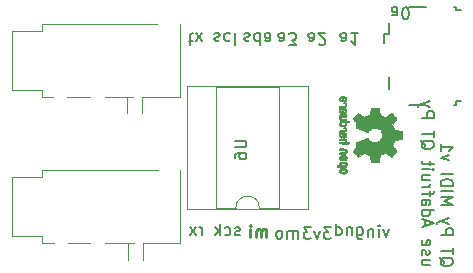
<source format=gbr>
%TF.GenerationSoftware,KiCad,Pcbnew,(6.0.1-0)*%
%TF.CreationDate,2022-05-02T12:36:28+02:00*%
%TF.ProjectId,SAMD_QTPY_MIDI,53414d44-5f51-4545-9059-5f4d4944492e,1*%
%TF.SameCoordinates,Original*%
%TF.FileFunction,Legend,Bot*%
%TF.FilePolarity,Positive*%
%FSLAX46Y46*%
G04 Gerber Fmt 4.6, Leading zero omitted, Abs format (unit mm)*
G04 Created by KiCad (PCBNEW (6.0.1-0)) date 2022-05-02 12:36:28*
%MOMM*%
%LPD*%
G01*
G04 APERTURE LIST*
%ADD10C,0.250000*%
%ADD11C,0.150000*%
%ADD12C,0.200000*%
%ADD13C,0.010000*%
%ADD14C,0.120000*%
G04 APERTURE END LIST*
D10*
X139216666Y-36077380D02*
X139216666Y-35410714D01*
X139216666Y-35505952D02*
X139169047Y-35458333D01*
X139073809Y-35410714D01*
X138930952Y-35410714D01*
X138835714Y-35458333D01*
X138788095Y-35553571D01*
X138788095Y-36077380D01*
X138788095Y-35553571D02*
X138740476Y-35458333D01*
X138645238Y-35410714D01*
X138502380Y-35410714D01*
X138407142Y-35458333D01*
X138359523Y-35553571D01*
X138359523Y-36077380D01*
X137883333Y-36077380D02*
X137883333Y-35410714D01*
X137883333Y-35077380D02*
X137930952Y-35125000D01*
X137883333Y-35172619D01*
X137835714Y-35125000D01*
X137883333Y-35077380D01*
X137883333Y-35172619D01*
D11*
X149628571Y-35385714D02*
X149390476Y-36052380D01*
X149152380Y-35385714D01*
X148771428Y-36052380D02*
X148771428Y-35385714D01*
X148771428Y-35052380D02*
X148819047Y-35100000D01*
X148771428Y-35147619D01*
X148723809Y-35100000D01*
X148771428Y-35052380D01*
X148771428Y-35147619D01*
X148295238Y-35385714D02*
X148295238Y-36052380D01*
X148295238Y-35480952D02*
X148247619Y-35433333D01*
X148152380Y-35385714D01*
X148009523Y-35385714D01*
X147914285Y-35433333D01*
X147866666Y-35528571D01*
X147866666Y-36052380D01*
X143238095Y-18797619D02*
X143238095Y-19321428D01*
X143190476Y-19416666D01*
X143095238Y-19464285D01*
X142904761Y-19464285D01*
X142809523Y-19416666D01*
X143238095Y-18845238D02*
X143142857Y-18797619D01*
X142904761Y-18797619D01*
X142809523Y-18845238D01*
X142761904Y-18940476D01*
X142761904Y-19035714D01*
X142809523Y-19130952D01*
X142904761Y-19178571D01*
X143142857Y-19178571D01*
X143238095Y-19226190D01*
X143666666Y-19702380D02*
X143714285Y-19750000D01*
X143809523Y-19797619D01*
X144047619Y-19797619D01*
X144142857Y-19750000D01*
X144190476Y-19702380D01*
X144238095Y-19607142D01*
X144238095Y-19511904D01*
X144190476Y-19369047D01*
X143619047Y-18797619D01*
X144238095Y-18797619D01*
X140738095Y-18797619D02*
X140738095Y-19321428D01*
X140690476Y-19416666D01*
X140595238Y-19464285D01*
X140404761Y-19464285D01*
X140309523Y-19416666D01*
X140738095Y-18845238D02*
X140642857Y-18797619D01*
X140404761Y-18797619D01*
X140309523Y-18845238D01*
X140261904Y-18940476D01*
X140261904Y-19035714D01*
X140309523Y-19130952D01*
X140404761Y-19178571D01*
X140642857Y-19178571D01*
X140738095Y-19226190D01*
X141119047Y-19797619D02*
X141738095Y-19797619D01*
X141404761Y-19416666D01*
X141547619Y-19416666D01*
X141642857Y-19369047D01*
X141690476Y-19321428D01*
X141738095Y-19226190D01*
X141738095Y-18988095D01*
X141690476Y-18892857D01*
X141642857Y-18845238D01*
X141547619Y-18797619D01*
X141261904Y-18797619D01*
X141166666Y-18845238D01*
X141119047Y-18892857D01*
D12*
X136997619Y-35879761D02*
X136902380Y-35927380D01*
X136711904Y-35927380D01*
X136616666Y-35879761D01*
X136569047Y-35784523D01*
X136569047Y-35736904D01*
X136616666Y-35641666D01*
X136711904Y-35594047D01*
X136854761Y-35594047D01*
X136950000Y-35546428D01*
X136997619Y-35451190D01*
X136997619Y-35403571D01*
X136950000Y-35308333D01*
X136854761Y-35260714D01*
X136711904Y-35260714D01*
X136616666Y-35308333D01*
X135711904Y-35879761D02*
X135807142Y-35927380D01*
X135997619Y-35927380D01*
X136092857Y-35879761D01*
X136140476Y-35832142D01*
X136188095Y-35736904D01*
X136188095Y-35451190D01*
X136140476Y-35355952D01*
X136092857Y-35308333D01*
X135997619Y-35260714D01*
X135807142Y-35260714D01*
X135711904Y-35308333D01*
X135283333Y-35927380D02*
X135283333Y-34927380D01*
X135188095Y-35546428D02*
X134902380Y-35927380D01*
X134902380Y-35260714D02*
X135283333Y-35641666D01*
D11*
X144715476Y-35227380D02*
X144096428Y-35227380D01*
X144429761Y-35608333D01*
X144286904Y-35608333D01*
X144191666Y-35655952D01*
X144144047Y-35703571D01*
X144096428Y-35798809D01*
X144096428Y-36036904D01*
X144144047Y-36132142D01*
X144191666Y-36179761D01*
X144286904Y-36227380D01*
X144572619Y-36227380D01*
X144667857Y-36179761D01*
X144715476Y-36132142D01*
X143763095Y-35560714D02*
X143525000Y-36227380D01*
X143286904Y-35560714D01*
X143001190Y-35227380D02*
X142382142Y-35227380D01*
X142715476Y-35608333D01*
X142572619Y-35608333D01*
X142477380Y-35655952D01*
X142429761Y-35703571D01*
X142382142Y-35798809D01*
X142382142Y-36036904D01*
X142429761Y-36132142D01*
X142477380Y-36179761D01*
X142572619Y-36227380D01*
X142858333Y-36227380D01*
X142953571Y-36179761D01*
X143001190Y-36132142D01*
X133826190Y-35927380D02*
X133826190Y-35260714D01*
X133826190Y-35451190D02*
X133778571Y-35355952D01*
X133730952Y-35308333D01*
X133635714Y-35260714D01*
X133540476Y-35260714D01*
X133302380Y-35927380D02*
X132778571Y-35260714D01*
X133302380Y-35260714D02*
X132778571Y-35927380D01*
X153907380Y-37772738D02*
X153955000Y-37867976D01*
X154050238Y-37963214D01*
X154193095Y-38106071D01*
X154240714Y-38201309D01*
X154240714Y-38296547D01*
X154002619Y-38248928D02*
X154050238Y-38344166D01*
X154145476Y-38439404D01*
X154335952Y-38487023D01*
X154669285Y-38487023D01*
X154859761Y-38439404D01*
X154955000Y-38344166D01*
X155002619Y-38248928D01*
X155002619Y-38058452D01*
X154955000Y-37963214D01*
X154859761Y-37867976D01*
X154669285Y-37820357D01*
X154335952Y-37820357D01*
X154145476Y-37867976D01*
X154050238Y-37963214D01*
X154002619Y-38058452D01*
X154002619Y-38248928D01*
X155002619Y-37534642D02*
X155002619Y-36963214D01*
X154002619Y-37248928D02*
X155002619Y-37248928D01*
X154002619Y-35867976D02*
X155002619Y-35867976D01*
X155002619Y-35487023D01*
X154955000Y-35391785D01*
X154907380Y-35344166D01*
X154812142Y-35296547D01*
X154669285Y-35296547D01*
X154574047Y-35344166D01*
X154526428Y-35391785D01*
X154478809Y-35487023D01*
X154478809Y-35867976D01*
X154669285Y-34963214D02*
X154002619Y-34725119D01*
X154669285Y-34487023D02*
X154002619Y-34725119D01*
X153764523Y-34820357D01*
X153716904Y-34867976D01*
X153669285Y-34963214D01*
X154002619Y-33344166D02*
X155002619Y-33344166D01*
X154288333Y-33010833D01*
X155002619Y-32677500D01*
X154002619Y-32677500D01*
X154002619Y-32201309D02*
X155002619Y-32201309D01*
X154002619Y-31725119D02*
X155002619Y-31725119D01*
X155002619Y-31487023D01*
X154955000Y-31344166D01*
X154859761Y-31248928D01*
X154764523Y-31201309D01*
X154574047Y-31153690D01*
X154431190Y-31153690D01*
X154240714Y-31201309D01*
X154145476Y-31248928D01*
X154050238Y-31344166D01*
X154002619Y-31487023D01*
X154002619Y-31725119D01*
X154002619Y-30725119D02*
X155002619Y-30725119D01*
X154669285Y-29582261D02*
X154002619Y-29344166D01*
X154669285Y-29106071D01*
X154002619Y-28201309D02*
X154002619Y-28772738D01*
X154002619Y-28487023D02*
X155002619Y-28487023D01*
X154859761Y-28582261D01*
X154764523Y-28677500D01*
X154716904Y-28772738D01*
X153059285Y-38010833D02*
X152392619Y-38010833D01*
X153059285Y-38439404D02*
X152535476Y-38439404D01*
X152440238Y-38391785D01*
X152392619Y-38296547D01*
X152392619Y-38153690D01*
X152440238Y-38058452D01*
X152487857Y-38010833D01*
X152440238Y-37582261D02*
X152392619Y-37487023D01*
X152392619Y-37296547D01*
X152440238Y-37201309D01*
X152535476Y-37153690D01*
X152583095Y-37153690D01*
X152678333Y-37201309D01*
X152725952Y-37296547D01*
X152725952Y-37439404D01*
X152773571Y-37534642D01*
X152868809Y-37582261D01*
X152916428Y-37582261D01*
X153011666Y-37534642D01*
X153059285Y-37439404D01*
X153059285Y-37296547D01*
X153011666Y-37201309D01*
X152440238Y-36344166D02*
X152392619Y-36439404D01*
X152392619Y-36629880D01*
X152440238Y-36725119D01*
X152535476Y-36772738D01*
X152916428Y-36772738D01*
X153011666Y-36725119D01*
X153059285Y-36629880D01*
X153059285Y-36439404D01*
X153011666Y-36344166D01*
X152916428Y-36296547D01*
X152821190Y-36296547D01*
X152725952Y-36772738D01*
X152678333Y-35153690D02*
X152678333Y-34677500D01*
X152392619Y-35248928D02*
X153392619Y-34915595D01*
X152392619Y-34582261D01*
X152392619Y-33820357D02*
X153392619Y-33820357D01*
X152440238Y-33820357D02*
X152392619Y-33915595D01*
X152392619Y-34106071D01*
X152440238Y-34201309D01*
X152487857Y-34248928D01*
X152583095Y-34296547D01*
X152868809Y-34296547D01*
X152964047Y-34248928D01*
X153011666Y-34201309D01*
X153059285Y-34106071D01*
X153059285Y-33915595D01*
X153011666Y-33820357D01*
X152392619Y-32915595D02*
X152916428Y-32915595D01*
X153011666Y-32963214D01*
X153059285Y-33058452D01*
X153059285Y-33248928D01*
X153011666Y-33344166D01*
X152440238Y-32915595D02*
X152392619Y-33010833D01*
X152392619Y-33248928D01*
X152440238Y-33344166D01*
X152535476Y-33391785D01*
X152630714Y-33391785D01*
X152725952Y-33344166D01*
X152773571Y-33248928D01*
X152773571Y-33010833D01*
X152821190Y-32915595D01*
X153059285Y-32582261D02*
X153059285Y-32201309D01*
X152392619Y-32439404D02*
X153249761Y-32439404D01*
X153345000Y-32391785D01*
X153392619Y-32296547D01*
X153392619Y-32201309D01*
X152392619Y-31867976D02*
X153059285Y-31867976D01*
X152868809Y-31867976D02*
X152964047Y-31820357D01*
X153011666Y-31772738D01*
X153059285Y-31677500D01*
X153059285Y-31582261D01*
X153059285Y-30820357D02*
X152392619Y-30820357D01*
X153059285Y-31248928D02*
X152535476Y-31248928D01*
X152440238Y-31201309D01*
X152392619Y-31106071D01*
X152392619Y-30963214D01*
X152440238Y-30867976D01*
X152487857Y-30820357D01*
X152392619Y-30344166D02*
X153059285Y-30344166D01*
X153392619Y-30344166D02*
X153345000Y-30391785D01*
X153297380Y-30344166D01*
X153345000Y-30296547D01*
X153392619Y-30344166D01*
X153297380Y-30344166D01*
X153059285Y-30010833D02*
X153059285Y-29629880D01*
X153392619Y-29867976D02*
X152535476Y-29867976D01*
X152440238Y-29820357D01*
X152392619Y-29725119D01*
X152392619Y-29629880D01*
X152297380Y-27867976D02*
X152345000Y-27963214D01*
X152440238Y-28058452D01*
X152583095Y-28201309D01*
X152630714Y-28296547D01*
X152630714Y-28391785D01*
X152392619Y-28344166D02*
X152440238Y-28439404D01*
X152535476Y-28534642D01*
X152725952Y-28582261D01*
X153059285Y-28582261D01*
X153249761Y-28534642D01*
X153345000Y-28439404D01*
X153392619Y-28344166D01*
X153392619Y-28153690D01*
X153345000Y-28058452D01*
X153249761Y-27963214D01*
X153059285Y-27915595D01*
X152725952Y-27915595D01*
X152535476Y-27963214D01*
X152440238Y-28058452D01*
X152392619Y-28153690D01*
X152392619Y-28344166D01*
X153392619Y-27629880D02*
X153392619Y-27058452D01*
X152392619Y-27344166D02*
X153392619Y-27344166D01*
X152392619Y-25963214D02*
X153392619Y-25963214D01*
X153392619Y-25582261D01*
X153345000Y-25487023D01*
X153297380Y-25439404D01*
X153202142Y-25391785D01*
X153059285Y-25391785D01*
X152964047Y-25439404D01*
X152916428Y-25487023D01*
X152868809Y-25582261D01*
X152868809Y-25963214D01*
X153059285Y-25058452D02*
X152392619Y-24820357D01*
X153059285Y-24582261D02*
X152392619Y-24820357D01*
X152154523Y-24915595D01*
X152106904Y-24963214D01*
X152059285Y-25058452D01*
X150313095Y-16622619D02*
X150313095Y-17146428D01*
X150265476Y-17241666D01*
X150170238Y-17289285D01*
X149979761Y-17289285D01*
X149884523Y-17241666D01*
X150313095Y-16670238D02*
X150217857Y-16622619D01*
X149979761Y-16622619D01*
X149884523Y-16670238D01*
X149836904Y-16765476D01*
X149836904Y-16860714D01*
X149884523Y-16955952D01*
X149979761Y-17003571D01*
X150217857Y-17003571D01*
X150313095Y-17051190D01*
X150979761Y-17622619D02*
X151075000Y-17622619D01*
X151170238Y-17575000D01*
X151217857Y-17527380D01*
X151265476Y-17432142D01*
X151313095Y-17241666D01*
X151313095Y-17003571D01*
X151265476Y-16813095D01*
X151217857Y-16717857D01*
X151170238Y-16670238D01*
X151075000Y-16622619D01*
X150979761Y-16622619D01*
X150884523Y-16670238D01*
X150836904Y-16717857D01*
X150789285Y-16813095D01*
X150741666Y-17003571D01*
X150741666Y-17241666D01*
X150789285Y-17432142D01*
X150836904Y-17527380D01*
X150884523Y-17575000D01*
X150979761Y-17622619D01*
X134845238Y-18845238D02*
X134940476Y-18797619D01*
X135130952Y-18797619D01*
X135226190Y-18845238D01*
X135273809Y-18940476D01*
X135273809Y-18988095D01*
X135226190Y-19083333D01*
X135130952Y-19130952D01*
X134988095Y-19130952D01*
X134892857Y-19178571D01*
X134845238Y-19273809D01*
X134845238Y-19321428D01*
X134892857Y-19416666D01*
X134988095Y-19464285D01*
X135130952Y-19464285D01*
X135226190Y-19416666D01*
X136130952Y-18845238D02*
X136035714Y-18797619D01*
X135845238Y-18797619D01*
X135750000Y-18845238D01*
X135702380Y-18892857D01*
X135654761Y-18988095D01*
X135654761Y-19273809D01*
X135702380Y-19369047D01*
X135750000Y-19416666D01*
X135845238Y-19464285D01*
X136035714Y-19464285D01*
X136130952Y-19416666D01*
X136702380Y-18797619D02*
X136607142Y-18845238D01*
X136559523Y-18940476D01*
X136559523Y-19797619D01*
X146940476Y-35260714D02*
X146940476Y-36070238D01*
X146988095Y-36165476D01*
X147035714Y-36213095D01*
X147130952Y-36260714D01*
X147273809Y-36260714D01*
X147369047Y-36213095D01*
X146940476Y-35879761D02*
X147035714Y-35927380D01*
X147226190Y-35927380D01*
X147321428Y-35879761D01*
X147369047Y-35832142D01*
X147416666Y-35736904D01*
X147416666Y-35451190D01*
X147369047Y-35355952D01*
X147321428Y-35308333D01*
X147226190Y-35260714D01*
X147035714Y-35260714D01*
X146940476Y-35308333D01*
X146464285Y-35260714D02*
X146464285Y-35927380D01*
X146464285Y-35355952D02*
X146416666Y-35308333D01*
X146321428Y-35260714D01*
X146178571Y-35260714D01*
X146083333Y-35308333D01*
X146035714Y-35403571D01*
X146035714Y-35927380D01*
X145130952Y-35927380D02*
X145130952Y-34927380D01*
X145130952Y-35879761D02*
X145226190Y-35927380D01*
X145416666Y-35927380D01*
X145511904Y-35879761D01*
X145559523Y-35832142D01*
X145607142Y-35736904D01*
X145607142Y-35451190D01*
X145559523Y-35355952D01*
X145511904Y-35308333D01*
X145416666Y-35260714D01*
X145226190Y-35260714D01*
X145130952Y-35308333D01*
X137380952Y-18845238D02*
X137476190Y-18797619D01*
X137666666Y-18797619D01*
X137761904Y-18845238D01*
X137809523Y-18940476D01*
X137809523Y-18988095D01*
X137761904Y-19083333D01*
X137666666Y-19130952D01*
X137523809Y-19130952D01*
X137428571Y-19178571D01*
X137380952Y-19273809D01*
X137380952Y-19321428D01*
X137428571Y-19416666D01*
X137523809Y-19464285D01*
X137666666Y-19464285D01*
X137761904Y-19416666D01*
X138666666Y-18797619D02*
X138666666Y-19797619D01*
X138666666Y-18845238D02*
X138571428Y-18797619D01*
X138380952Y-18797619D01*
X138285714Y-18845238D01*
X138238095Y-18892857D01*
X138190476Y-18988095D01*
X138190476Y-19273809D01*
X138238095Y-19369047D01*
X138285714Y-19416666D01*
X138380952Y-19464285D01*
X138571428Y-19464285D01*
X138666666Y-19416666D01*
X139571428Y-18797619D02*
X139571428Y-19321428D01*
X139523809Y-19416666D01*
X139428571Y-19464285D01*
X139238095Y-19464285D01*
X139142857Y-19416666D01*
X139571428Y-18845238D02*
X139476190Y-18797619D01*
X139238095Y-18797619D01*
X139142857Y-18845238D01*
X139095238Y-18940476D01*
X139095238Y-19035714D01*
X139142857Y-19130952D01*
X139238095Y-19178571D01*
X139476190Y-19178571D01*
X139571428Y-19226190D01*
X132654761Y-19464285D02*
X133035714Y-19464285D01*
X132797619Y-19797619D02*
X132797619Y-18940476D01*
X132845238Y-18845238D01*
X132940476Y-18797619D01*
X133035714Y-18797619D01*
X133273809Y-18797619D02*
X133797619Y-19464285D01*
X133273809Y-19464285D02*
X133797619Y-18797619D01*
X145988095Y-18797619D02*
X145988095Y-19321428D01*
X145940476Y-19416666D01*
X145845238Y-19464285D01*
X145654761Y-19464285D01*
X145559523Y-19416666D01*
X145988095Y-18845238D02*
X145892857Y-18797619D01*
X145654761Y-18797619D01*
X145559523Y-18845238D01*
X145511904Y-18940476D01*
X145511904Y-19035714D01*
X145559523Y-19130952D01*
X145654761Y-19178571D01*
X145892857Y-19178571D01*
X145988095Y-19226190D01*
X146988095Y-18797619D02*
X146416666Y-18797619D01*
X146702380Y-18797619D02*
X146702380Y-19797619D01*
X146607142Y-19654761D01*
X146511904Y-19559523D01*
X146416666Y-19511904D01*
X141880952Y-36202380D02*
X141880952Y-35535714D01*
X141880952Y-35630952D02*
X141833333Y-35583333D01*
X141738095Y-35535714D01*
X141595238Y-35535714D01*
X141500000Y-35583333D01*
X141452380Y-35678571D01*
X141452380Y-36202380D01*
X141452380Y-35678571D02*
X141404761Y-35583333D01*
X141309523Y-35535714D01*
X141166666Y-35535714D01*
X141071428Y-35583333D01*
X141023809Y-35678571D01*
X141023809Y-36202380D01*
X140404761Y-36202380D02*
X140500000Y-36154761D01*
X140547619Y-36107142D01*
X140595238Y-36011904D01*
X140595238Y-35726190D01*
X140547619Y-35630952D01*
X140500000Y-35583333D01*
X140404761Y-35535714D01*
X140261904Y-35535714D01*
X140166666Y-35583333D01*
X140119047Y-35630952D01*
X140071428Y-35726190D01*
X140071428Y-36011904D01*
X140119047Y-36107142D01*
X140166666Y-36154761D01*
X140261904Y-36202380D01*
X140404761Y-36202380D01*
%TO.C,U6*%
X136552380Y-27913095D02*
X137361904Y-27913095D01*
X137457142Y-27960714D01*
X137504761Y-28008333D01*
X137552380Y-28103571D01*
X137552380Y-28294047D01*
X137504761Y-28389285D01*
X137457142Y-28436904D01*
X137361904Y-28484523D01*
X136552380Y-28484523D01*
X136552380Y-29389285D02*
X136552380Y-29198809D01*
X136600000Y-29103571D01*
X136647619Y-29055952D01*
X136790476Y-28960714D01*
X136980952Y-28913095D01*
X137361904Y-28913095D01*
X137457142Y-28960714D01*
X137504761Y-29008333D01*
X137552380Y-29103571D01*
X137552380Y-29294047D01*
X137504761Y-29389285D01*
X137457142Y-29436904D01*
X137361904Y-29484523D01*
X137123809Y-29484523D01*
X137028571Y-29436904D01*
X136980952Y-29389285D01*
X136933333Y-29294047D01*
X136933333Y-29103571D01*
X136980952Y-29008333D01*
X137028571Y-28960714D01*
X137123809Y-28913095D01*
D13*
%TO.C,REF\u002A\u002A*%
X145991337Y-25645167D02*
X145953150Y-25642952D01*
X145953150Y-25642952D02*
X145895114Y-25641216D01*
X145895114Y-25641216D02*
X145821820Y-25640101D01*
X145821820Y-25640101D02*
X145744945Y-25639743D01*
X145744945Y-25639743D02*
X145484804Y-25639743D01*
X145484804Y-25639743D02*
X145438873Y-25685674D01*
X145438873Y-25685674D02*
X145410571Y-25717325D01*
X145410571Y-25717325D02*
X145399107Y-25745110D01*
X145399107Y-25745110D02*
X145399832Y-25783085D01*
X145399832Y-25783085D02*
X145401679Y-25798160D01*
X145401679Y-25798160D02*
X145407052Y-25845274D01*
X145407052Y-25845274D02*
X145410131Y-25884244D01*
X145410131Y-25884244D02*
X145410415Y-25893743D01*
X145410415Y-25893743D02*
X145408555Y-25925767D01*
X145408555Y-25925767D02*
X145403886Y-25971568D01*
X145403886Y-25971568D02*
X145401679Y-25989326D01*
X145401679Y-25989326D02*
X145398265Y-26032943D01*
X145398265Y-26032943D02*
X145405680Y-26062255D01*
X145405680Y-26062255D02*
X145428573Y-26091320D01*
X145428573Y-26091320D02*
X145438873Y-26101812D01*
X145438873Y-26101812D02*
X145484804Y-26147743D01*
X145484804Y-26147743D02*
X145971398Y-26147743D01*
X145971398Y-26147743D02*
X145988242Y-26110774D01*
X145988242Y-26110774D02*
X146000718Y-26078941D01*
X146000718Y-26078941D02*
X146005086Y-26060317D01*
X146005086Y-26060317D02*
X145991282Y-26055542D01*
X145991282Y-26055542D02*
X145952714Y-26051079D01*
X145952714Y-26051079D02*
X145893644Y-26047225D01*
X145893644Y-26047225D02*
X145818337Y-26044278D01*
X145818337Y-26044278D02*
X145754714Y-26042857D01*
X145754714Y-26042857D02*
X145504343Y-26038886D01*
X145504343Y-26038886D02*
X145499444Y-26004241D01*
X145499444Y-26004241D02*
X145502869Y-25972732D01*
X145502869Y-25972732D02*
X145513959Y-25957292D01*
X145513959Y-25957292D02*
X145534692Y-25952977D01*
X145534692Y-25952977D02*
X145578855Y-25949292D01*
X145578855Y-25949292D02*
X145640854Y-25946531D01*
X145640854Y-25946531D02*
X145715091Y-25944988D01*
X145715091Y-25944988D02*
X145753294Y-25944765D01*
X145753294Y-25944765D02*
X145973217Y-25944543D01*
X145973217Y-25944543D02*
X145989151Y-25898834D01*
X145989151Y-25898834D02*
X145999985Y-25866482D01*
X145999985Y-25866482D02*
X146005038Y-25848885D01*
X146005038Y-25848885D02*
X146005086Y-25848377D01*
X146005086Y-25848377D02*
X145991352Y-25846612D01*
X145991352Y-25846612D02*
X145953270Y-25844671D01*
X145953270Y-25844671D02*
X145895518Y-25842718D01*
X145895518Y-25842718D02*
X145822773Y-25840916D01*
X145822773Y-25840916D02*
X145754714Y-25839657D01*
X145754714Y-25839657D02*
X145504343Y-25835686D01*
X145504343Y-25835686D02*
X145504343Y-25748600D01*
X145504343Y-25748600D02*
X145732760Y-25744604D01*
X145732760Y-25744604D02*
X145961178Y-25740608D01*
X145961178Y-25740608D02*
X145983132Y-25698153D01*
X145983132Y-25698153D02*
X145998207Y-25666808D01*
X145998207Y-25666808D02*
X146005049Y-25648256D01*
X146005049Y-25648256D02*
X146005086Y-25647721D01*
X146005086Y-25647721D02*
X145991337Y-25645167D01*
X145991337Y-25645167D02*
X145991337Y-25645167D01*
G36*
X145821820Y-25640101D02*
G01*
X145895114Y-25641216D01*
X145953150Y-25642952D01*
X145991337Y-25645167D01*
X146005086Y-25647721D01*
X146005049Y-25648256D01*
X145998207Y-25666808D01*
X145983132Y-25698153D01*
X145961178Y-25740608D01*
X145732760Y-25744604D01*
X145504343Y-25748600D01*
X145504343Y-25835686D01*
X145754714Y-25839657D01*
X145822773Y-25840916D01*
X145895518Y-25842718D01*
X145953270Y-25844671D01*
X145991352Y-25846612D01*
X146005086Y-25848377D01*
X146005038Y-25848885D01*
X145999985Y-25866482D01*
X145989151Y-25898834D01*
X145973217Y-25944543D01*
X145753294Y-25944765D01*
X145715091Y-25944988D01*
X145640854Y-25946531D01*
X145578855Y-25949292D01*
X145534692Y-25952977D01*
X145513959Y-25957292D01*
X145502869Y-25972732D01*
X145499444Y-26004241D01*
X145504343Y-26038886D01*
X145754714Y-26042857D01*
X145818337Y-26044278D01*
X145893644Y-26047225D01*
X145952714Y-26051079D01*
X145991282Y-26055542D01*
X146005086Y-26060317D01*
X146000718Y-26078941D01*
X145988242Y-26110774D01*
X145971398Y-26147743D01*
X145484804Y-26147743D01*
X145438873Y-26101812D01*
X145428573Y-26091320D01*
X145405680Y-26062255D01*
X145398265Y-26032943D01*
X145401679Y-25989326D01*
X145403886Y-25971568D01*
X145408555Y-25925767D01*
X145410415Y-25893743D01*
X145410131Y-25884244D01*
X145407052Y-25845274D01*
X145401679Y-25798160D01*
X145399832Y-25783085D01*
X145399107Y-25745110D01*
X145410571Y-25717325D01*
X145438873Y-25685674D01*
X145484804Y-25639743D01*
X145744945Y-25639743D01*
X145821820Y-25640101D01*
G37*
X145821820Y-25640101D02*
X145895114Y-25641216D01*
X145953150Y-25642952D01*
X145991337Y-25645167D01*
X146005086Y-25647721D01*
X146005049Y-25648256D01*
X145998207Y-25666808D01*
X145983132Y-25698153D01*
X145961178Y-25740608D01*
X145732760Y-25744604D01*
X145504343Y-25748600D01*
X145504343Y-25835686D01*
X145754714Y-25839657D01*
X145822773Y-25840916D01*
X145895518Y-25842718D01*
X145953270Y-25844671D01*
X145991352Y-25846612D01*
X146005086Y-25848377D01*
X146005038Y-25848885D01*
X145999985Y-25866482D01*
X145989151Y-25898834D01*
X145973217Y-25944543D01*
X145753294Y-25944765D01*
X145715091Y-25944988D01*
X145640854Y-25946531D01*
X145578855Y-25949292D01*
X145534692Y-25952977D01*
X145513959Y-25957292D01*
X145502869Y-25972732D01*
X145499444Y-26004241D01*
X145504343Y-26038886D01*
X145754714Y-26042857D01*
X145818337Y-26044278D01*
X145893644Y-26047225D01*
X145952714Y-26051079D01*
X145991282Y-26055542D01*
X146005086Y-26060317D01*
X146000718Y-26078941D01*
X145988242Y-26110774D01*
X145971398Y-26147743D01*
X145484804Y-26147743D01*
X145438873Y-26101812D01*
X145428573Y-26091320D01*
X145405680Y-26062255D01*
X145398265Y-26032943D01*
X145401679Y-25989326D01*
X145403886Y-25971568D01*
X145408555Y-25925767D01*
X145410415Y-25893743D01*
X145410131Y-25884244D01*
X145407052Y-25845274D01*
X145401679Y-25798160D01*
X145399832Y-25783085D01*
X145399107Y-25745110D01*
X145410571Y-25717325D01*
X145438873Y-25685674D01*
X145484804Y-25639743D01*
X145744945Y-25639743D01*
X145821820Y-25640101D01*
X146028038Y-30383885D02*
X145992267Y-30315855D01*
X145992267Y-30315855D02*
X145934699Y-30265649D01*
X145934699Y-30265649D02*
X145897688Y-30247815D01*
X145897688Y-30247815D02*
X145842118Y-30233937D01*
X145842118Y-30233937D02*
X145771904Y-30226833D01*
X145771904Y-30226833D02*
X145695273Y-30226160D01*
X145695273Y-30226160D02*
X145620448Y-30231573D01*
X145620448Y-30231573D02*
X145555658Y-30242730D01*
X145555658Y-30242730D02*
X145509127Y-30259286D01*
X145509127Y-30259286D02*
X145501113Y-30264374D01*
X145501113Y-30264374D02*
X145441293Y-30324645D01*
X145441293Y-30324645D02*
X145405465Y-30396231D01*
X145405465Y-30396231D02*
X145394980Y-30473908D01*
X145394980Y-30473908D02*
X145411190Y-30552452D01*
X145411190Y-30552452D02*
X145420908Y-30574311D01*
X145420908Y-30574311D02*
X145450857Y-30616878D01*
X145450857Y-30616878D02*
X145490567Y-30654237D01*
X145490567Y-30654237D02*
X145495603Y-30657768D01*
X145495603Y-30657768D02*
X145519876Y-30672119D01*
X145519876Y-30672119D02*
X145545822Y-30681606D01*
X145545822Y-30681606D02*
X145579978Y-30687210D01*
X145579978Y-30687210D02*
X145628881Y-30689914D01*
X145628881Y-30689914D02*
X145699065Y-30690701D01*
X145699065Y-30690701D02*
X145714800Y-30690714D01*
X145714800Y-30690714D02*
X145719808Y-30690678D01*
X145719808Y-30690678D02*
X145719808Y-30545571D01*
X145719808Y-30545571D02*
X145653570Y-30544727D01*
X145653570Y-30544727D02*
X145609614Y-30541404D01*
X145609614Y-30541404D02*
X145581221Y-30534417D01*
X145581221Y-30534417D02*
X145561675Y-30522584D01*
X145561675Y-30522584D02*
X145555143Y-30516543D01*
X145555143Y-30516543D02*
X145530320Y-30481814D01*
X145530320Y-30481814D02*
X145531452Y-30448097D01*
X145531452Y-30448097D02*
X145552984Y-30414005D01*
X145552984Y-30414005D02*
X145575971Y-30393671D01*
X145575971Y-30393671D02*
X145609522Y-30381629D01*
X145609522Y-30381629D02*
X145662431Y-30374866D01*
X145662431Y-30374866D02*
X145668601Y-30374402D01*
X145668601Y-30374402D02*
X145764487Y-30373248D01*
X145764487Y-30373248D02*
X145835701Y-30385312D01*
X145835701Y-30385312D02*
X145881806Y-30410430D01*
X145881806Y-30410430D02*
X145902365Y-30448440D01*
X145902365Y-30448440D02*
X145903486Y-30462008D01*
X145903486Y-30462008D02*
X145897848Y-30497636D01*
X145897848Y-30497636D02*
X145878314Y-30522006D01*
X145878314Y-30522006D02*
X145840958Y-30536907D01*
X145840958Y-30536907D02*
X145781850Y-30544125D01*
X145781850Y-30544125D02*
X145719808Y-30545571D01*
X145719808Y-30545571D02*
X145719808Y-30690678D01*
X145719808Y-30690678D02*
X145789587Y-30690174D01*
X145789587Y-30690174D02*
X145841841Y-30687904D01*
X145841841Y-30687904D02*
X145878051Y-30682932D01*
X145878051Y-30682932D02*
X145904701Y-30674287D01*
X145904701Y-30674287D02*
X145928278Y-30660995D01*
X145928278Y-30660995D02*
X145932662Y-30658057D01*
X145932662Y-30658057D02*
X145991751Y-30608687D01*
X145991751Y-30608687D02*
X146026053Y-30554891D01*
X146026053Y-30554891D02*
X146039669Y-30489398D01*
X146039669Y-30489398D02*
X146040335Y-30467158D01*
X146040335Y-30467158D02*
X146028038Y-30383885D01*
X146028038Y-30383885D02*
X146028038Y-30383885D01*
G36*
X145714800Y-30690714D02*
G01*
X145699065Y-30690701D01*
X145628881Y-30689914D01*
X145579978Y-30687210D01*
X145545822Y-30681606D01*
X145519876Y-30672119D01*
X145495603Y-30657768D01*
X145490567Y-30654237D01*
X145450857Y-30616878D01*
X145420908Y-30574311D01*
X145411190Y-30552452D01*
X145396612Y-30481814D01*
X145530320Y-30481814D01*
X145555143Y-30516543D01*
X145561675Y-30522584D01*
X145581221Y-30534417D01*
X145609614Y-30541404D01*
X145653570Y-30544727D01*
X145719808Y-30545571D01*
X145781850Y-30544125D01*
X145840958Y-30536907D01*
X145878314Y-30522006D01*
X145897848Y-30497636D01*
X145903486Y-30462008D01*
X145902365Y-30448440D01*
X145881806Y-30410430D01*
X145835701Y-30385312D01*
X145764487Y-30373248D01*
X145668601Y-30374402D01*
X145662431Y-30374866D01*
X145609522Y-30381629D01*
X145575971Y-30393671D01*
X145552984Y-30414005D01*
X145531452Y-30448097D01*
X145530320Y-30481814D01*
X145396612Y-30481814D01*
X145394980Y-30473908D01*
X145405465Y-30396231D01*
X145441293Y-30324645D01*
X145501113Y-30264374D01*
X145509127Y-30259286D01*
X145555658Y-30242730D01*
X145620448Y-30231573D01*
X145695273Y-30226160D01*
X145771904Y-30226833D01*
X145842118Y-30233937D01*
X145897688Y-30247815D01*
X145934699Y-30265649D01*
X145992267Y-30315855D01*
X146028038Y-30383885D01*
X146040335Y-30467158D01*
X146039669Y-30489398D01*
X146026053Y-30554891D01*
X145991751Y-30608687D01*
X145932662Y-30658057D01*
X145928278Y-30660995D01*
X145904701Y-30674287D01*
X145878051Y-30682932D01*
X145841841Y-30687904D01*
X145789587Y-30690174D01*
X145719808Y-30690678D01*
X145714800Y-30690714D01*
G37*
X145714800Y-30690714D02*
X145699065Y-30690701D01*
X145628881Y-30689914D01*
X145579978Y-30687210D01*
X145545822Y-30681606D01*
X145519876Y-30672119D01*
X145495603Y-30657768D01*
X145490567Y-30654237D01*
X145450857Y-30616878D01*
X145420908Y-30574311D01*
X145411190Y-30552452D01*
X145396612Y-30481814D01*
X145530320Y-30481814D01*
X145555143Y-30516543D01*
X145561675Y-30522584D01*
X145581221Y-30534417D01*
X145609614Y-30541404D01*
X145653570Y-30544727D01*
X145719808Y-30545571D01*
X145781850Y-30544125D01*
X145840958Y-30536907D01*
X145878314Y-30522006D01*
X145897848Y-30497636D01*
X145903486Y-30462008D01*
X145902365Y-30448440D01*
X145881806Y-30410430D01*
X145835701Y-30385312D01*
X145764487Y-30373248D01*
X145668601Y-30374402D01*
X145662431Y-30374866D01*
X145609522Y-30381629D01*
X145575971Y-30393671D01*
X145552984Y-30414005D01*
X145531452Y-30448097D01*
X145530320Y-30481814D01*
X145396612Y-30481814D01*
X145394980Y-30473908D01*
X145405465Y-30396231D01*
X145441293Y-30324645D01*
X145501113Y-30264374D01*
X145509127Y-30259286D01*
X145555658Y-30242730D01*
X145620448Y-30231573D01*
X145695273Y-30226160D01*
X145771904Y-30226833D01*
X145842118Y-30233937D01*
X145897688Y-30247815D01*
X145934699Y-30265649D01*
X145992267Y-30315855D01*
X146028038Y-30383885D01*
X146040335Y-30467158D01*
X146039669Y-30489398D01*
X146026053Y-30554891D01*
X145991751Y-30608687D01*
X145932662Y-30658057D01*
X145928278Y-30660995D01*
X145904701Y-30674287D01*
X145878051Y-30682932D01*
X145841841Y-30687904D01*
X145789587Y-30690174D01*
X145719808Y-30690678D01*
X145714800Y-30690714D01*
X145983034Y-24271405D02*
X145945503Y-24213979D01*
X145945503Y-24213979D02*
X145911904Y-24186281D01*
X145911904Y-24186281D02*
X145850936Y-24164338D01*
X145850936Y-24164338D02*
X145802692Y-24162595D01*
X145802692Y-24162595D02*
X145738184Y-24166543D01*
X145738184Y-24166543D02*
X145673066Y-24315314D01*
X145673066Y-24315314D02*
X145639798Y-24387651D01*
X145639798Y-24387651D02*
X145613036Y-24434916D01*
X145613036Y-24434916D02*
X145589856Y-24459493D01*
X145589856Y-24459493D02*
X145567333Y-24463763D01*
X145567333Y-24463763D02*
X145542545Y-24450111D01*
X145542545Y-24450111D02*
X145526114Y-24435057D01*
X145526114Y-24435057D02*
X145499765Y-24391254D01*
X145499765Y-24391254D02*
X145497919Y-24343611D01*
X145497919Y-24343611D02*
X145518454Y-24299855D01*
X145518454Y-24299855D02*
X145559248Y-24267711D01*
X145559248Y-24267711D02*
X145573653Y-24261962D01*
X145573653Y-24261962D02*
X145618644Y-24234424D01*
X145618644Y-24234424D02*
X145637818Y-24202742D01*
X145637818Y-24202742D02*
X145654221Y-24159286D01*
X145654221Y-24159286D02*
X145592034Y-24159286D01*
X145592034Y-24159286D02*
X145549717Y-24163128D01*
X145549717Y-24163128D02*
X145514031Y-24178177D01*
X145514031Y-24178177D02*
X145473057Y-24209720D01*
X145473057Y-24209720D02*
X145467733Y-24214408D01*
X145467733Y-24214408D02*
X145431280Y-24249494D01*
X145431280Y-24249494D02*
X145411717Y-24279653D01*
X145411717Y-24279653D02*
X145402717Y-24317385D01*
X145402717Y-24317385D02*
X145399770Y-24348665D01*
X145399770Y-24348665D02*
X145399035Y-24404615D01*
X145399035Y-24404615D02*
X145408340Y-24444445D01*
X145408340Y-24444445D02*
X145422154Y-24469292D01*
X145422154Y-24469292D02*
X145452533Y-24508344D01*
X145452533Y-24508344D02*
X145485387Y-24535375D01*
X145485387Y-24535375D02*
X145526706Y-24552483D01*
X145526706Y-24552483D02*
X145582479Y-24561762D01*
X145582479Y-24561762D02*
X145658695Y-24565307D01*
X145658695Y-24565307D02*
X145697378Y-24565590D01*
X145697378Y-24565590D02*
X145743753Y-24564628D01*
X145743753Y-24564628D02*
X145743753Y-24476993D01*
X145743753Y-24476993D02*
X145718874Y-24475977D01*
X145718874Y-24475977D02*
X145714800Y-24473444D01*
X145714800Y-24473444D02*
X145720335Y-24456726D01*
X145720335Y-24456726D02*
X145734983Y-24420751D01*
X145734983Y-24420751D02*
X145755810Y-24372669D01*
X145755810Y-24372669D02*
X145760286Y-24362614D01*
X145760286Y-24362614D02*
X145791186Y-24301848D01*
X145791186Y-24301848D02*
X145818343Y-24268368D01*
X145818343Y-24268368D02*
X145843780Y-24261010D01*
X145843780Y-24261010D02*
X145869519Y-24278609D01*
X145869519Y-24278609D02*
X145880891Y-24293144D01*
X145880891Y-24293144D02*
X145903636Y-24345590D01*
X145903636Y-24345590D02*
X145899878Y-24394678D01*
X145899878Y-24394678D02*
X145872116Y-24435773D01*
X145872116Y-24435773D02*
X145822848Y-24464242D01*
X145822848Y-24464242D02*
X145783743Y-24473369D01*
X145783743Y-24473369D02*
X145743753Y-24476993D01*
X145743753Y-24476993D02*
X145743753Y-24564628D01*
X145743753Y-24564628D02*
X145787751Y-24563715D01*
X145787751Y-24563715D02*
X145854616Y-24556804D01*
X145854616Y-24556804D02*
X145903305Y-24543116D01*
X145903305Y-24543116D02*
X145939151Y-24520904D01*
X145939151Y-24520904D02*
X145967487Y-24488426D01*
X145967487Y-24488426D02*
X145976645Y-24474267D01*
X145976645Y-24474267D02*
X146000493Y-24409947D01*
X146000493Y-24409947D02*
X146001994Y-24339527D01*
X146001994Y-24339527D02*
X145983034Y-24271405D01*
X145983034Y-24271405D02*
X145983034Y-24271405D01*
G36*
X145697378Y-24565590D02*
G01*
X145658695Y-24565307D01*
X145582479Y-24561762D01*
X145526706Y-24552483D01*
X145485387Y-24535375D01*
X145452533Y-24508344D01*
X145425384Y-24473444D01*
X145714800Y-24473444D01*
X145718874Y-24475977D01*
X145743753Y-24476993D01*
X145783743Y-24473369D01*
X145822848Y-24464242D01*
X145872116Y-24435773D01*
X145899878Y-24394678D01*
X145903636Y-24345590D01*
X145880891Y-24293144D01*
X145869519Y-24278609D01*
X145843780Y-24261010D01*
X145818343Y-24268368D01*
X145791186Y-24301848D01*
X145760286Y-24362614D01*
X145755810Y-24372669D01*
X145734983Y-24420751D01*
X145720335Y-24456726D01*
X145714800Y-24473444D01*
X145425384Y-24473444D01*
X145422154Y-24469292D01*
X145408340Y-24444445D01*
X145399035Y-24404615D01*
X145399770Y-24348665D01*
X145402717Y-24317385D01*
X145411717Y-24279653D01*
X145431280Y-24249494D01*
X145467733Y-24214408D01*
X145473057Y-24209720D01*
X145514031Y-24178177D01*
X145549717Y-24163128D01*
X145592034Y-24159286D01*
X145654221Y-24159286D01*
X145637818Y-24202742D01*
X145618644Y-24234424D01*
X145573653Y-24261962D01*
X145559248Y-24267711D01*
X145518454Y-24299855D01*
X145497919Y-24343611D01*
X145499765Y-24391254D01*
X145526114Y-24435057D01*
X145542545Y-24450111D01*
X145567333Y-24463763D01*
X145589856Y-24459493D01*
X145613036Y-24434916D01*
X145639798Y-24387651D01*
X145673066Y-24315314D01*
X145738184Y-24166543D01*
X145802692Y-24162595D01*
X145850936Y-24164338D01*
X145911904Y-24186281D01*
X145945503Y-24213979D01*
X145983034Y-24271405D01*
X146001994Y-24339527D01*
X146000493Y-24409947D01*
X145976645Y-24474267D01*
X145967487Y-24488426D01*
X145939151Y-24520904D01*
X145903305Y-24543116D01*
X145854616Y-24556804D01*
X145787751Y-24563715D01*
X145743753Y-24564628D01*
X145697378Y-24565590D01*
G37*
X145697378Y-24565590D02*
X145658695Y-24565307D01*
X145582479Y-24561762D01*
X145526706Y-24552483D01*
X145485387Y-24535375D01*
X145452533Y-24508344D01*
X145425384Y-24473444D01*
X145714800Y-24473444D01*
X145718874Y-24475977D01*
X145743753Y-24476993D01*
X145783743Y-24473369D01*
X145822848Y-24464242D01*
X145872116Y-24435773D01*
X145899878Y-24394678D01*
X145903636Y-24345590D01*
X145880891Y-24293144D01*
X145869519Y-24278609D01*
X145843780Y-24261010D01*
X145818343Y-24268368D01*
X145791186Y-24301848D01*
X145760286Y-24362614D01*
X145755810Y-24372669D01*
X145734983Y-24420751D01*
X145720335Y-24456726D01*
X145714800Y-24473444D01*
X145425384Y-24473444D01*
X145422154Y-24469292D01*
X145408340Y-24444445D01*
X145399035Y-24404615D01*
X145399770Y-24348665D01*
X145402717Y-24317385D01*
X145411717Y-24279653D01*
X145431280Y-24249494D01*
X145467733Y-24214408D01*
X145473057Y-24209720D01*
X145514031Y-24178177D01*
X145549717Y-24163128D01*
X145592034Y-24159286D01*
X145654221Y-24159286D01*
X145637818Y-24202742D01*
X145618644Y-24234424D01*
X145573653Y-24261962D01*
X145559248Y-24267711D01*
X145518454Y-24299855D01*
X145497919Y-24343611D01*
X145499765Y-24391254D01*
X145526114Y-24435057D01*
X145542545Y-24450111D01*
X145567333Y-24463763D01*
X145589856Y-24459493D01*
X145613036Y-24434916D01*
X145639798Y-24387651D01*
X145673066Y-24315314D01*
X145738184Y-24166543D01*
X145802692Y-24162595D01*
X145850936Y-24164338D01*
X145911904Y-24186281D01*
X145945503Y-24213979D01*
X145983034Y-24271405D01*
X146001994Y-24339527D01*
X146000493Y-24409947D01*
X145976645Y-24474267D01*
X145967487Y-24488426D01*
X145939151Y-24520904D01*
X145903305Y-24543116D01*
X145854616Y-24556804D01*
X145787751Y-24563715D01*
X145743753Y-24564628D01*
X145697378Y-24565590D01*
X146022220Y-28708907D02*
X145995277Y-28662328D01*
X145995277Y-28662328D02*
X145968534Y-28629943D01*
X145968534Y-28629943D02*
X145940516Y-28606258D01*
X145940516Y-28606258D02*
X145906252Y-28589941D01*
X145906252Y-28589941D02*
X145860773Y-28579661D01*
X145860773Y-28579661D02*
X145799108Y-28574086D01*
X145799108Y-28574086D02*
X145716289Y-28571884D01*
X145716289Y-28571884D02*
X145656754Y-28571629D01*
X145656754Y-28571629D02*
X145437609Y-28571629D01*
X145437609Y-28571629D02*
X145409956Y-28633314D01*
X145409956Y-28633314D02*
X145382303Y-28695000D01*
X145382303Y-28695000D02*
X145622330Y-28702257D01*
X145622330Y-28702257D02*
X145711972Y-28705256D01*
X145711972Y-28705256D02*
X145777038Y-28708402D01*
X145777038Y-28708402D02*
X145821974Y-28712299D01*
X145821974Y-28712299D02*
X145851230Y-28717553D01*
X145851230Y-28717553D02*
X145869252Y-28724769D01*
X145869252Y-28724769D02*
X145880489Y-28734550D01*
X145880489Y-28734550D02*
X145882921Y-28737688D01*
X145882921Y-28737688D02*
X145901917Y-28785239D01*
X145901917Y-28785239D02*
X145894400Y-28833303D01*
X145894400Y-28833303D02*
X145874457Y-28861914D01*
X145874457Y-28861914D02*
X145860325Y-28873553D01*
X145860325Y-28873553D02*
X145841780Y-28881609D01*
X145841780Y-28881609D02*
X145813666Y-28886729D01*
X145813666Y-28886729D02*
X145770827Y-28889559D01*
X145770827Y-28889559D02*
X145708105Y-28890744D01*
X145708105Y-28890744D02*
X145642739Y-28890943D01*
X145642739Y-28890943D02*
X145560732Y-28890982D01*
X145560732Y-28890982D02*
X145502684Y-28892386D01*
X145502684Y-28892386D02*
X145463535Y-28897086D01*
X145463535Y-28897086D02*
X145438220Y-28907013D01*
X145438220Y-28907013D02*
X145421677Y-28924097D01*
X145421677Y-28924097D02*
X145408844Y-28950268D01*
X145408844Y-28950268D02*
X145395509Y-28985225D01*
X145395509Y-28985225D02*
X145380993Y-29023404D01*
X145380993Y-29023404D02*
X145638611Y-29018859D01*
X145638611Y-29018859D02*
X145731481Y-29017029D01*
X145731481Y-29017029D02*
X145800111Y-29014888D01*
X145800111Y-29014888D02*
X145849289Y-29011819D01*
X145849289Y-29011819D02*
X145883802Y-29007206D01*
X145883802Y-29007206D02*
X145908438Y-29000432D01*
X145908438Y-29000432D02*
X145927984Y-28990881D01*
X145927984Y-28990881D02*
X145945230Y-28979366D01*
X145945230Y-28979366D02*
X146000320Y-28923810D01*
X146000320Y-28923810D02*
X146032178Y-28856020D01*
X146032178Y-28856020D02*
X146039809Y-28782287D01*
X146039809Y-28782287D02*
X146022220Y-28708907D01*
X146022220Y-28708907D02*
X146022220Y-28708907D01*
G36*
X145716289Y-28571884D02*
G01*
X145799108Y-28574086D01*
X145860773Y-28579661D01*
X145906252Y-28589941D01*
X145940516Y-28606258D01*
X145968534Y-28629943D01*
X145995277Y-28662328D01*
X146022220Y-28708907D01*
X146039809Y-28782287D01*
X146032178Y-28856020D01*
X146000320Y-28923810D01*
X145945230Y-28979366D01*
X145927984Y-28990881D01*
X145908438Y-29000432D01*
X145883802Y-29007206D01*
X145849289Y-29011819D01*
X145800111Y-29014888D01*
X145731481Y-29017029D01*
X145638611Y-29018859D01*
X145380993Y-29023404D01*
X145395509Y-28985225D01*
X145408844Y-28950268D01*
X145421677Y-28924097D01*
X145438220Y-28907013D01*
X145463535Y-28897086D01*
X145502684Y-28892386D01*
X145560732Y-28890982D01*
X145642739Y-28890943D01*
X145708105Y-28890744D01*
X145770827Y-28889559D01*
X145813666Y-28886729D01*
X145841780Y-28881609D01*
X145860325Y-28873553D01*
X145874457Y-28861914D01*
X145894400Y-28833303D01*
X145901917Y-28785239D01*
X145882921Y-28737688D01*
X145880489Y-28734550D01*
X145869252Y-28724769D01*
X145851230Y-28717553D01*
X145821974Y-28712299D01*
X145777038Y-28708402D01*
X145711972Y-28705256D01*
X145622330Y-28702257D01*
X145382303Y-28695000D01*
X145409956Y-28633314D01*
X145437609Y-28571629D01*
X145656754Y-28571629D01*
X145716289Y-28571884D01*
G37*
X145716289Y-28571884D02*
X145799108Y-28574086D01*
X145860773Y-28579661D01*
X145906252Y-28589941D01*
X145940516Y-28606258D01*
X145968534Y-28629943D01*
X145995277Y-28662328D01*
X146022220Y-28708907D01*
X146039809Y-28782287D01*
X146032178Y-28856020D01*
X146000320Y-28923810D01*
X145945230Y-28979366D01*
X145927984Y-28990881D01*
X145908438Y-29000432D01*
X145883802Y-29007206D01*
X145849289Y-29011819D01*
X145800111Y-29014888D01*
X145731481Y-29017029D01*
X145638611Y-29018859D01*
X145380993Y-29023404D01*
X145395509Y-28985225D01*
X145408844Y-28950268D01*
X145421677Y-28924097D01*
X145438220Y-28907013D01*
X145463535Y-28897086D01*
X145502684Y-28892386D01*
X145560732Y-28890982D01*
X145642739Y-28890943D01*
X145708105Y-28890744D01*
X145770827Y-28889559D01*
X145813666Y-28886729D01*
X145841780Y-28881609D01*
X145860325Y-28873553D01*
X145874457Y-28861914D01*
X145894400Y-28833303D01*
X145901917Y-28785239D01*
X145882921Y-28737688D01*
X145880489Y-28734550D01*
X145869252Y-28724769D01*
X145851230Y-28717553D01*
X145821974Y-28712299D01*
X145777038Y-28708402D01*
X145711972Y-28705256D01*
X145622330Y-28702257D01*
X145382303Y-28695000D01*
X145409956Y-28633314D01*
X145437609Y-28571629D01*
X145656754Y-28571629D01*
X145716289Y-28571884D01*
X145991248Y-24772400D02*
X145983666Y-24755052D01*
X145983666Y-24755052D02*
X145950872Y-24713644D01*
X145950872Y-24713644D02*
X145903453Y-24678235D01*
X145903453Y-24678235D02*
X145852849Y-24656336D01*
X145852849Y-24656336D02*
X145827902Y-24652771D01*
X145827902Y-24652771D02*
X145793073Y-24664721D01*
X145793073Y-24664721D02*
X145774643Y-24690933D01*
X145774643Y-24690933D02*
X145763484Y-24719036D01*
X145763484Y-24719036D02*
X145761428Y-24731905D01*
X145761428Y-24731905D02*
X145776351Y-24738171D01*
X145776351Y-24738171D02*
X145808825Y-24750544D01*
X145808825Y-24750544D02*
X145823498Y-24755972D01*
X145823498Y-24755972D02*
X145874256Y-24786410D01*
X145874256Y-24786410D02*
X145899573Y-24830480D01*
X145899573Y-24830480D02*
X145898794Y-24886990D01*
X145898794Y-24886990D02*
X145897797Y-24891175D01*
X145897797Y-24891175D02*
X145883493Y-24921345D01*
X145883493Y-24921345D02*
X145855607Y-24943524D01*
X145855607Y-24943524D02*
X145810713Y-24958673D01*
X145810713Y-24958673D02*
X145745385Y-24967750D01*
X145745385Y-24967750D02*
X145656196Y-24971714D01*
X145656196Y-24971714D02*
X145608739Y-24972086D01*
X145608739Y-24972086D02*
X145533929Y-24972270D01*
X145533929Y-24972270D02*
X145482931Y-24973478D01*
X145482931Y-24973478D02*
X145450529Y-24976691D01*
X145450529Y-24976691D02*
X145431505Y-24982891D01*
X145431505Y-24982891D02*
X145420644Y-24993060D01*
X145420644Y-24993060D02*
X145412728Y-25008181D01*
X145412728Y-25008181D02*
X145412330Y-25009054D01*
X145412330Y-25009054D02*
X145400019Y-25038172D01*
X145400019Y-25038172D02*
X145395486Y-25052597D01*
X145395486Y-25052597D02*
X145409191Y-25054814D01*
X145409191Y-25054814D02*
X145447075Y-25056711D01*
X145447075Y-25056711D02*
X145504285Y-25058153D01*
X145504285Y-25058153D02*
X145575973Y-25059002D01*
X145575973Y-25059002D02*
X145628435Y-25059171D01*
X145628435Y-25059171D02*
X145729953Y-25058308D01*
X145729953Y-25058308D02*
X145806968Y-25054930D01*
X145806968Y-25054930D02*
X145863977Y-25047858D01*
X145863977Y-25047858D02*
X145905474Y-25035912D01*
X145905474Y-25035912D02*
X145935957Y-25017910D01*
X145935957Y-25017910D02*
X145959920Y-24992673D01*
X145959920Y-24992673D02*
X145976645Y-24967753D01*
X145976645Y-24967753D02*
X145998903Y-24907829D01*
X145998903Y-24907829D02*
X146003924Y-24838089D01*
X146003924Y-24838089D02*
X145991248Y-24772400D01*
X145991248Y-24772400D02*
X145991248Y-24772400D01*
G36*
X145852849Y-24656336D02*
G01*
X145903453Y-24678235D01*
X145950872Y-24713644D01*
X145983666Y-24755052D01*
X145991248Y-24772400D01*
X146003924Y-24838089D01*
X145998903Y-24907829D01*
X145976645Y-24967753D01*
X145959920Y-24992673D01*
X145935957Y-25017910D01*
X145905474Y-25035912D01*
X145863977Y-25047858D01*
X145806968Y-25054930D01*
X145729953Y-25058308D01*
X145628435Y-25059171D01*
X145575973Y-25059002D01*
X145504285Y-25058153D01*
X145447075Y-25056711D01*
X145409191Y-25054814D01*
X145395486Y-25052597D01*
X145400019Y-25038172D01*
X145412330Y-25009054D01*
X145412728Y-25008181D01*
X145420644Y-24993060D01*
X145431505Y-24982891D01*
X145450529Y-24976691D01*
X145482931Y-24973478D01*
X145533929Y-24972270D01*
X145608739Y-24972086D01*
X145656196Y-24971714D01*
X145745385Y-24967750D01*
X145810713Y-24958673D01*
X145855607Y-24943524D01*
X145883493Y-24921345D01*
X145897797Y-24891175D01*
X145898794Y-24886990D01*
X145899573Y-24830480D01*
X145874256Y-24786410D01*
X145823498Y-24755972D01*
X145808825Y-24750544D01*
X145776351Y-24738171D01*
X145761428Y-24731905D01*
X145763484Y-24719036D01*
X145774643Y-24690933D01*
X145793073Y-24664721D01*
X145827902Y-24652771D01*
X145852849Y-24656336D01*
G37*
X145852849Y-24656336D02*
X145903453Y-24678235D01*
X145950872Y-24713644D01*
X145983666Y-24755052D01*
X145991248Y-24772400D01*
X146003924Y-24838089D01*
X145998903Y-24907829D01*
X145976645Y-24967753D01*
X145959920Y-24992673D01*
X145935957Y-25017910D01*
X145905474Y-25035912D01*
X145863977Y-25047858D01*
X145806968Y-25054930D01*
X145729953Y-25058308D01*
X145628435Y-25059171D01*
X145575973Y-25059002D01*
X145504285Y-25058153D01*
X145447075Y-25056711D01*
X145409191Y-25054814D01*
X145395486Y-25052597D01*
X145400019Y-25038172D01*
X145412330Y-25009054D01*
X145412728Y-25008181D01*
X145420644Y-24993060D01*
X145431505Y-24982891D01*
X145450529Y-24976691D01*
X145482931Y-24973478D01*
X145533929Y-24972270D01*
X145608739Y-24972086D01*
X145656196Y-24971714D01*
X145745385Y-24967750D01*
X145810713Y-24958673D01*
X145855607Y-24943524D01*
X145883493Y-24921345D01*
X145897797Y-24891175D01*
X145898794Y-24886990D01*
X145899573Y-24830480D01*
X145874256Y-24786410D01*
X145823498Y-24755972D01*
X145808825Y-24750544D01*
X145776351Y-24738171D01*
X145761428Y-24731905D01*
X145763484Y-24719036D01*
X145774643Y-24690933D01*
X145793073Y-24664721D01*
X145827902Y-24652771D01*
X145852849Y-24656336D01*
X145884642Y-26234883D02*
X145776163Y-26235067D01*
X145776163Y-26235067D02*
X145692713Y-26235781D01*
X145692713Y-26235781D02*
X145630296Y-26237325D01*
X145630296Y-26237325D02*
X145584915Y-26239999D01*
X145584915Y-26239999D02*
X145552571Y-26244106D01*
X145552571Y-26244106D02*
X145529267Y-26249945D01*
X145529267Y-26249945D02*
X145511005Y-26257818D01*
X145511005Y-26257818D02*
X145500582Y-26263779D01*
X145500582Y-26263779D02*
X145444055Y-26313145D01*
X145444055Y-26313145D02*
X145408623Y-26375736D01*
X145408623Y-26375736D02*
X145395910Y-26444987D01*
X145395910Y-26444987D02*
X145407537Y-26514332D01*
X145407537Y-26514332D02*
X145428432Y-26555625D01*
X145428432Y-26555625D02*
X145464578Y-26598975D01*
X145464578Y-26598975D02*
X145508724Y-26628519D01*
X145508724Y-26628519D02*
X145566538Y-26646345D01*
X145566538Y-26646345D02*
X145643687Y-26654537D01*
X145643687Y-26654537D02*
X145700286Y-26655698D01*
X145700286Y-26655698D02*
X145704353Y-26655542D01*
X145704353Y-26655542D02*
X145704353Y-26554143D01*
X145704353Y-26554143D02*
X145639450Y-26553524D01*
X145639450Y-26553524D02*
X145596486Y-26550686D01*
X145596486Y-26550686D02*
X145568378Y-26544160D01*
X145568378Y-26544160D02*
X145548047Y-26532477D01*
X145548047Y-26532477D02*
X145532712Y-26518517D01*
X145532712Y-26518517D02*
X145503110Y-26471635D01*
X145503110Y-26471635D02*
X145500581Y-26421299D01*
X145500581Y-26421299D02*
X145525295Y-26373724D01*
X145525295Y-26373724D02*
X145528644Y-26370021D01*
X145528644Y-26370021D02*
X145546065Y-26354217D01*
X145546065Y-26354217D02*
X145566791Y-26344307D01*
X145566791Y-26344307D02*
X145597638Y-26338942D01*
X145597638Y-26338942D02*
X145645423Y-26336772D01*
X145645423Y-26336772D02*
X145698252Y-26336429D01*
X145698252Y-26336429D02*
X145764619Y-26337173D01*
X145764619Y-26337173D02*
X145808894Y-26340252D01*
X145808894Y-26340252D02*
X145837991Y-26346939D01*
X145837991Y-26346939D02*
X145858827Y-26358504D01*
X145858827Y-26358504D02*
X145869893Y-26367987D01*
X145869893Y-26367987D02*
X145897802Y-26412040D01*
X145897802Y-26412040D02*
X145901157Y-26462776D01*
X145901157Y-26462776D02*
X145879841Y-26511204D01*
X145879841Y-26511204D02*
X145871927Y-26520550D01*
X145871927Y-26520550D02*
X145854353Y-26536460D01*
X145854353Y-26536460D02*
X145833413Y-26546390D01*
X145833413Y-26546390D02*
X145802218Y-26551722D01*
X145802218Y-26551722D02*
X145753878Y-26553837D01*
X145753878Y-26553837D02*
X145704353Y-26554143D01*
X145704353Y-26554143D02*
X145704353Y-26655542D01*
X145704353Y-26655542D02*
X145791432Y-26652190D01*
X145791432Y-26652190D02*
X145859914Y-26640274D01*
X145859914Y-26640274D02*
X145911400Y-26617865D01*
X145911400Y-26617865D02*
X145951557Y-26582876D01*
X145951557Y-26582876D02*
X145972139Y-26555625D01*
X145972139Y-26555625D02*
X145994375Y-26506093D01*
X145994375Y-26506093D02*
X146004696Y-26448684D01*
X146004696Y-26448684D02*
X146001933Y-26395318D01*
X146001933Y-26395318D02*
X145990788Y-26365457D01*
X145990788Y-26365457D02*
X145987617Y-26353739D01*
X145987617Y-26353739D02*
X145999443Y-26345963D01*
X145999443Y-26345963D02*
X146031134Y-26340535D01*
X146031134Y-26340535D02*
X146079407Y-26336429D01*
X146079407Y-26336429D02*
X146133171Y-26331933D01*
X146133171Y-26331933D02*
X146165518Y-26325687D01*
X146165518Y-26325687D02*
X146184015Y-26314324D01*
X146184015Y-26314324D02*
X146196230Y-26294472D01*
X146196230Y-26294472D02*
X146201638Y-26282000D01*
X146201638Y-26282000D02*
X146221399Y-26234829D01*
X146221399Y-26234829D02*
X145884642Y-26234883D01*
X145884642Y-26234883D02*
X145884642Y-26234883D01*
G36*
X145700286Y-26655698D02*
G01*
X145643687Y-26654537D01*
X145566538Y-26646345D01*
X145508724Y-26628519D01*
X145464578Y-26598975D01*
X145428432Y-26555625D01*
X145407537Y-26514332D01*
X145395910Y-26444987D01*
X145400259Y-26421299D01*
X145500581Y-26421299D01*
X145503110Y-26471635D01*
X145532712Y-26518517D01*
X145548047Y-26532477D01*
X145568378Y-26544160D01*
X145596486Y-26550686D01*
X145639450Y-26553524D01*
X145704353Y-26554143D01*
X145753878Y-26553837D01*
X145802218Y-26551722D01*
X145833413Y-26546390D01*
X145854353Y-26536460D01*
X145871927Y-26520550D01*
X145879841Y-26511204D01*
X145901157Y-26462776D01*
X145897802Y-26412040D01*
X145869893Y-26367987D01*
X145858827Y-26358504D01*
X145837991Y-26346939D01*
X145808894Y-26340252D01*
X145764619Y-26337173D01*
X145698252Y-26336429D01*
X145645423Y-26336772D01*
X145597638Y-26338942D01*
X145566791Y-26344307D01*
X145546065Y-26354217D01*
X145528644Y-26370021D01*
X145525295Y-26373724D01*
X145500581Y-26421299D01*
X145400259Y-26421299D01*
X145408623Y-26375736D01*
X145444055Y-26313145D01*
X145500582Y-26263779D01*
X145511005Y-26257818D01*
X145529267Y-26249945D01*
X145552571Y-26244106D01*
X145584915Y-26239999D01*
X145630296Y-26237325D01*
X145692713Y-26235781D01*
X145776163Y-26235067D01*
X145884642Y-26234883D01*
X146221399Y-26234829D01*
X146201638Y-26282000D01*
X146196230Y-26294472D01*
X146184015Y-26314324D01*
X146165518Y-26325687D01*
X146133171Y-26331933D01*
X146079407Y-26336429D01*
X146031134Y-26340535D01*
X145999443Y-26345963D01*
X145987617Y-26353739D01*
X145990788Y-26365457D01*
X146001933Y-26395318D01*
X146004696Y-26448684D01*
X145994375Y-26506093D01*
X145972139Y-26555625D01*
X145951557Y-26582876D01*
X145911400Y-26617865D01*
X145859914Y-26640274D01*
X145791432Y-26652190D01*
X145704353Y-26655542D01*
X145700286Y-26655698D01*
G37*
X145700286Y-26655698D02*
X145643687Y-26654537D01*
X145566538Y-26646345D01*
X145508724Y-26628519D01*
X145464578Y-26598975D01*
X145428432Y-26555625D01*
X145407537Y-26514332D01*
X145395910Y-26444987D01*
X145400259Y-26421299D01*
X145500581Y-26421299D01*
X145503110Y-26471635D01*
X145532712Y-26518517D01*
X145548047Y-26532477D01*
X145568378Y-26544160D01*
X145596486Y-26550686D01*
X145639450Y-26553524D01*
X145704353Y-26554143D01*
X145753878Y-26553837D01*
X145802218Y-26551722D01*
X145833413Y-26546390D01*
X145854353Y-26536460D01*
X145871927Y-26520550D01*
X145879841Y-26511204D01*
X145901157Y-26462776D01*
X145897802Y-26412040D01*
X145869893Y-26367987D01*
X145858827Y-26358504D01*
X145837991Y-26346939D01*
X145808894Y-26340252D01*
X145764619Y-26337173D01*
X145698252Y-26336429D01*
X145645423Y-26336772D01*
X145597638Y-26338942D01*
X145566791Y-26344307D01*
X145546065Y-26354217D01*
X145528644Y-26370021D01*
X145525295Y-26373724D01*
X145500581Y-26421299D01*
X145400259Y-26421299D01*
X145408623Y-26375736D01*
X145444055Y-26313145D01*
X145500582Y-26263779D01*
X145511005Y-26257818D01*
X145529267Y-26249945D01*
X145552571Y-26244106D01*
X145584915Y-26239999D01*
X145630296Y-26237325D01*
X145692713Y-26235781D01*
X145776163Y-26235067D01*
X145884642Y-26234883D01*
X146221399Y-26234829D01*
X146201638Y-26282000D01*
X146196230Y-26294472D01*
X146184015Y-26314324D01*
X146165518Y-26325687D01*
X146133171Y-26331933D01*
X146079407Y-26336429D01*
X146031134Y-26340535D01*
X145999443Y-26345963D01*
X145987617Y-26353739D01*
X145990788Y-26365457D01*
X146001933Y-26395318D01*
X146004696Y-26448684D01*
X145994375Y-26506093D01*
X145972139Y-26555625D01*
X145951557Y-26582876D01*
X145911400Y-26617865D01*
X145859914Y-26640274D01*
X145791432Y-26652190D01*
X145704353Y-26655542D01*
X145700286Y-26655698D01*
X146098711Y-28049114D02*
X146039387Y-28044861D01*
X146039387Y-28044861D02*
X146004428Y-28039975D01*
X146004428Y-28039975D02*
X145989180Y-28033205D01*
X145989180Y-28033205D02*
X145988985Y-28023298D01*
X145988985Y-28023298D02*
X145990805Y-28020086D01*
X145990805Y-28020086D02*
X146003985Y-27977356D01*
X146003985Y-27977356D02*
X146003215Y-27921773D01*
X146003215Y-27921773D02*
X145989667Y-27865263D01*
X145989667Y-27865263D02*
X145972139Y-27829918D01*
X145972139Y-27829918D02*
X145944139Y-27793679D01*
X145944139Y-27793679D02*
X145912451Y-27767187D01*
X145912451Y-27767187D02*
X145872187Y-27749001D01*
X145872187Y-27749001D02*
X145818457Y-27737678D01*
X145818457Y-27737678D02*
X145746374Y-27731778D01*
X145746374Y-27731778D02*
X145651049Y-27729857D01*
X145651049Y-27729857D02*
X145632763Y-27729823D01*
X145632763Y-27729823D02*
X145427354Y-27729800D01*
X145427354Y-27729800D02*
X145411420Y-27775509D01*
X145411420Y-27775509D02*
X145400580Y-27807973D01*
X145400580Y-27807973D02*
X145395532Y-27825785D01*
X145395532Y-27825785D02*
X145395486Y-27826309D01*
X145395486Y-27826309D02*
X145409172Y-27828063D01*
X145409172Y-27828063D02*
X145446924Y-27829556D01*
X145446924Y-27829556D02*
X145503776Y-27830674D01*
X145503776Y-27830674D02*
X145574766Y-27831303D01*
X145574766Y-27831303D02*
X145617927Y-27831400D01*
X145617927Y-27831400D02*
X145703027Y-27831602D01*
X145703027Y-27831602D02*
X145764019Y-27832642D01*
X145764019Y-27832642D02*
X145805823Y-27835169D01*
X145805823Y-27835169D02*
X145833358Y-27839836D01*
X145833358Y-27839836D02*
X145851544Y-27847293D01*
X145851544Y-27847293D02*
X145865302Y-27858189D01*
X145865302Y-27858189D02*
X145871927Y-27864993D01*
X145871927Y-27864993D02*
X145898625Y-27911728D01*
X145898625Y-27911728D02*
X145900625Y-27962728D01*
X145900625Y-27962728D02*
X145878045Y-28008999D01*
X145878045Y-28008999D02*
X145869893Y-28017556D01*
X145869893Y-28017556D02*
X145854564Y-28030107D01*
X145854564Y-28030107D02*
X145836382Y-28038812D01*
X145836382Y-28038812D02*
X145810091Y-28044369D01*
X145810091Y-28044369D02*
X145770438Y-28047474D01*
X145770438Y-28047474D02*
X145712168Y-28048824D01*
X145712168Y-28048824D02*
X145631827Y-28049114D01*
X145631827Y-28049114D02*
X145427354Y-28049114D01*
X145427354Y-28049114D02*
X145411420Y-28094823D01*
X145411420Y-28094823D02*
X145400580Y-28127287D01*
X145400580Y-28127287D02*
X145395532Y-28145099D01*
X145395532Y-28145099D02*
X145395486Y-28145623D01*
X145395486Y-28145623D02*
X145409377Y-28146963D01*
X145409377Y-28146963D02*
X145448561Y-28148172D01*
X145448561Y-28148172D02*
X145509300Y-28149199D01*
X145509300Y-28149199D02*
X145587859Y-28149998D01*
X145587859Y-28149998D02*
X145680502Y-28150519D01*
X145680502Y-28150519D02*
X145783491Y-28150714D01*
X145783491Y-28150714D02*
X146180658Y-28150714D01*
X146180658Y-28150714D02*
X146200556Y-28103543D01*
X146200556Y-28103543D02*
X146220453Y-28056371D01*
X146220453Y-28056371D02*
X146098711Y-28049114D01*
X146098711Y-28049114D02*
X146098711Y-28049114D01*
G36*
X145632763Y-27729823D02*
G01*
X145651049Y-27729857D01*
X145746374Y-27731778D01*
X145818457Y-27737678D01*
X145872187Y-27749001D01*
X145912451Y-27767187D01*
X145944139Y-27793679D01*
X145972139Y-27829918D01*
X145989667Y-27865263D01*
X146003215Y-27921773D01*
X146003985Y-27977356D01*
X145990805Y-28020086D01*
X145988985Y-28023298D01*
X145989180Y-28033205D01*
X146004428Y-28039975D01*
X146039387Y-28044861D01*
X146098711Y-28049114D01*
X146220453Y-28056371D01*
X146200556Y-28103543D01*
X146180658Y-28150714D01*
X145783491Y-28150714D01*
X145680502Y-28150519D01*
X145587859Y-28149998D01*
X145509300Y-28149199D01*
X145448561Y-28148172D01*
X145409377Y-28146963D01*
X145395486Y-28145623D01*
X145395532Y-28145099D01*
X145400580Y-28127287D01*
X145411420Y-28094823D01*
X145427354Y-28049114D01*
X145631827Y-28049114D01*
X145712168Y-28048824D01*
X145770438Y-28047474D01*
X145810091Y-28044369D01*
X145836382Y-28038812D01*
X145854564Y-28030107D01*
X145869893Y-28017556D01*
X145878045Y-28008999D01*
X145900625Y-27962728D01*
X145898625Y-27911728D01*
X145871927Y-27864993D01*
X145865302Y-27858189D01*
X145851544Y-27847293D01*
X145833358Y-27839836D01*
X145805823Y-27835169D01*
X145764019Y-27832642D01*
X145703027Y-27831602D01*
X145617927Y-27831400D01*
X145574766Y-27831303D01*
X145503776Y-27830674D01*
X145446924Y-27829556D01*
X145409172Y-27828063D01*
X145395486Y-27826309D01*
X145395532Y-27825785D01*
X145400580Y-27807973D01*
X145411420Y-27775509D01*
X145427354Y-27729800D01*
X145632763Y-27729823D01*
G37*
X145632763Y-27729823D02*
X145651049Y-27729857D01*
X145746374Y-27731778D01*
X145818457Y-27737678D01*
X145872187Y-27749001D01*
X145912451Y-27767187D01*
X145944139Y-27793679D01*
X145972139Y-27829918D01*
X145989667Y-27865263D01*
X146003215Y-27921773D01*
X146003985Y-27977356D01*
X145990805Y-28020086D01*
X145988985Y-28023298D01*
X145989180Y-28033205D01*
X146004428Y-28039975D01*
X146039387Y-28044861D01*
X146098711Y-28049114D01*
X146220453Y-28056371D01*
X146200556Y-28103543D01*
X146180658Y-28150714D01*
X145783491Y-28150714D01*
X145680502Y-28150519D01*
X145587859Y-28149998D01*
X145509300Y-28149199D01*
X145448561Y-28148172D01*
X145409377Y-28146963D01*
X145395486Y-28145623D01*
X145395532Y-28145099D01*
X145400580Y-28127287D01*
X145411420Y-28094823D01*
X145427354Y-28049114D01*
X145631827Y-28049114D01*
X145712168Y-28048824D01*
X145770438Y-28047474D01*
X145810091Y-28044369D01*
X145836382Y-28038812D01*
X145854564Y-28030107D01*
X145869893Y-28017556D01*
X145878045Y-28008999D01*
X145900625Y-27962728D01*
X145898625Y-27911728D01*
X145871927Y-27864993D01*
X145865302Y-27858189D01*
X145851544Y-27847293D01*
X145833358Y-27839836D01*
X145805823Y-27835169D01*
X145764019Y-27832642D01*
X145703027Y-27831602D01*
X145617927Y-27831400D01*
X145574766Y-27831303D01*
X145503776Y-27830674D01*
X145446924Y-27829556D01*
X145409172Y-27828063D01*
X145395486Y-27826309D01*
X145395532Y-27825785D01*
X145400580Y-27807973D01*
X145411420Y-27775509D01*
X145427354Y-27729800D01*
X145632763Y-27729823D01*
X145999032Y-27385256D02*
X145977913Y-27328384D01*
X145977913Y-27328384D02*
X145977507Y-27327733D01*
X145977507Y-27327733D02*
X145951620Y-27292560D01*
X145951620Y-27292560D02*
X145921367Y-27266593D01*
X145921367Y-27266593D02*
X145881942Y-27248330D01*
X145881942Y-27248330D02*
X145828538Y-27236268D01*
X145828538Y-27236268D02*
X145756349Y-27228904D01*
X145756349Y-27228904D02*
X145660568Y-27224736D01*
X145660568Y-27224736D02*
X145646922Y-27224371D01*
X145646922Y-27224371D02*
X145441158Y-27219124D01*
X145441158Y-27219124D02*
X145418322Y-27263284D01*
X145418322Y-27263284D02*
X145402890Y-27295237D01*
X145402890Y-27295237D02*
X145395577Y-27314530D01*
X145395577Y-27314530D02*
X145395486Y-27315422D01*
X145395486Y-27315422D02*
X145408978Y-27318761D01*
X145408978Y-27318761D02*
X145445374Y-27321413D01*
X145445374Y-27321413D02*
X145498548Y-27323044D01*
X145498548Y-27323044D02*
X145541607Y-27323400D01*
X145541607Y-27323400D02*
X145611359Y-27323408D01*
X145611359Y-27323408D02*
X145655163Y-27326597D01*
X145655163Y-27326597D02*
X145676056Y-27337712D01*
X145676056Y-27337712D02*
X145677075Y-27361499D01*
X145677075Y-27361499D02*
X145661259Y-27402704D01*
X145661259Y-27402704D02*
X145632185Y-27464914D01*
X145632185Y-27464914D02*
X145608037Y-27510659D01*
X145608037Y-27510659D02*
X145587087Y-27534187D01*
X145587087Y-27534187D02*
X145564253Y-27541104D01*
X145564253Y-27541104D02*
X145563123Y-27541114D01*
X145563123Y-27541114D02*
X145523788Y-27529701D01*
X145523788Y-27529701D02*
X145502538Y-27495908D01*
X145502538Y-27495908D02*
X145499461Y-27444191D01*
X145499461Y-27444191D02*
X145499994Y-27406939D01*
X145499994Y-27406939D02*
X145489265Y-27387297D01*
X145489265Y-27387297D02*
X145463495Y-27375048D01*
X145463495Y-27375048D02*
X145430663Y-27367998D01*
X145430663Y-27367998D02*
X145412034Y-27378158D01*
X145412034Y-27378158D02*
X145409368Y-27381983D01*
X145409368Y-27381983D02*
X145398660Y-27417999D01*
X145398660Y-27417999D02*
X145397144Y-27468434D01*
X145397144Y-27468434D02*
X145404241Y-27520374D01*
X145404241Y-27520374D02*
X145417212Y-27557178D01*
X145417212Y-27557178D02*
X145460415Y-27608062D01*
X145460415Y-27608062D02*
X145520554Y-27636986D01*
X145520554Y-27636986D02*
X145567538Y-27642714D01*
X145567538Y-27642714D02*
X145609918Y-27638343D01*
X145609918Y-27638343D02*
X145644512Y-27622525D01*
X145644512Y-27622525D02*
X145675237Y-27591203D01*
X145675237Y-27591203D02*
X145706010Y-27540322D01*
X145706010Y-27540322D02*
X145740748Y-27465824D01*
X145740748Y-27465824D02*
X145742712Y-27461286D01*
X145742712Y-27461286D02*
X145773713Y-27394179D01*
X145773713Y-27394179D02*
X145799138Y-27352768D01*
X145799138Y-27352768D02*
X145821986Y-27335019D01*
X145821986Y-27335019D02*
X145845255Y-27338893D01*
X145845255Y-27338893D02*
X145871944Y-27362357D01*
X145871944Y-27362357D02*
X145878086Y-27369373D01*
X145878086Y-27369373D02*
X145901900Y-27416370D01*
X145901900Y-27416370D02*
X145900897Y-27465067D01*
X145900897Y-27465067D02*
X145877549Y-27507478D01*
X145877549Y-27507478D02*
X145834325Y-27535616D01*
X145834325Y-27535616D02*
X145825840Y-27538231D01*
X145825840Y-27538231D02*
X145784692Y-27563692D01*
X145784692Y-27563692D02*
X145764872Y-27595999D01*
X145764872Y-27595999D02*
X145745230Y-27642714D01*
X145745230Y-27642714D02*
X145796050Y-27642714D01*
X145796050Y-27642714D02*
X145869918Y-27628504D01*
X145869918Y-27628504D02*
X145937673Y-27586325D01*
X145937673Y-27586325D02*
X145960339Y-27564376D01*
X145960339Y-27564376D02*
X145989431Y-27514483D01*
X145989431Y-27514483D02*
X146002600Y-27451033D01*
X146002600Y-27451033D02*
X145999032Y-27385256D01*
X145999032Y-27385256D02*
X145999032Y-27385256D01*
G36*
X145646922Y-27224371D02*
G01*
X145660568Y-27224736D01*
X145756349Y-27228904D01*
X145828538Y-27236268D01*
X145881942Y-27248330D01*
X145921367Y-27266593D01*
X145951620Y-27292560D01*
X145977507Y-27327733D01*
X145977913Y-27328384D01*
X145999032Y-27385256D01*
X146002600Y-27451033D01*
X145989431Y-27514483D01*
X145960339Y-27564376D01*
X145937673Y-27586325D01*
X145869918Y-27628504D01*
X145796050Y-27642714D01*
X145745230Y-27642714D01*
X145764872Y-27595999D01*
X145784692Y-27563692D01*
X145825840Y-27538231D01*
X145834325Y-27535616D01*
X145877549Y-27507478D01*
X145900897Y-27465067D01*
X145901900Y-27416370D01*
X145878086Y-27369373D01*
X145871944Y-27362357D01*
X145845255Y-27338893D01*
X145821986Y-27335019D01*
X145799138Y-27352768D01*
X145773713Y-27394179D01*
X145742712Y-27461286D01*
X145740748Y-27465824D01*
X145706010Y-27540322D01*
X145675237Y-27591203D01*
X145644512Y-27622525D01*
X145609918Y-27638343D01*
X145567538Y-27642714D01*
X145520554Y-27636986D01*
X145460415Y-27608062D01*
X145417212Y-27557178D01*
X145404241Y-27520374D01*
X145397144Y-27468434D01*
X145398660Y-27417999D01*
X145409368Y-27381983D01*
X145412034Y-27378158D01*
X145430663Y-27367998D01*
X145463495Y-27375048D01*
X145489265Y-27387297D01*
X145499994Y-27406939D01*
X145499461Y-27444191D01*
X145502538Y-27495908D01*
X145523788Y-27529701D01*
X145563123Y-27541114D01*
X145564253Y-27541104D01*
X145587087Y-27534187D01*
X145608037Y-27510659D01*
X145632185Y-27464914D01*
X145661259Y-27402704D01*
X145677075Y-27361499D01*
X145676056Y-27337712D01*
X145655163Y-27326597D01*
X145611359Y-27323408D01*
X145541607Y-27323400D01*
X145498548Y-27323044D01*
X145445374Y-27321413D01*
X145408978Y-27318761D01*
X145395486Y-27315422D01*
X145395577Y-27314530D01*
X145402890Y-27295237D01*
X145418322Y-27263284D01*
X145441158Y-27219124D01*
X145646922Y-27224371D01*
G37*
X145646922Y-27224371D02*
X145660568Y-27224736D01*
X145756349Y-27228904D01*
X145828538Y-27236268D01*
X145881942Y-27248330D01*
X145921367Y-27266593D01*
X145951620Y-27292560D01*
X145977507Y-27327733D01*
X145977913Y-27328384D01*
X145999032Y-27385256D01*
X146002600Y-27451033D01*
X145989431Y-27514483D01*
X145960339Y-27564376D01*
X145937673Y-27586325D01*
X145869918Y-27628504D01*
X145796050Y-27642714D01*
X145745230Y-27642714D01*
X145764872Y-27595999D01*
X145784692Y-27563692D01*
X145825840Y-27538231D01*
X145834325Y-27535616D01*
X145877549Y-27507478D01*
X145900897Y-27465067D01*
X145901900Y-27416370D01*
X145878086Y-27369373D01*
X145871944Y-27362357D01*
X145845255Y-27338893D01*
X145821986Y-27335019D01*
X145799138Y-27352768D01*
X145773713Y-27394179D01*
X145742712Y-27461286D01*
X145740748Y-27465824D01*
X145706010Y-27540322D01*
X145675237Y-27591203D01*
X145644512Y-27622525D01*
X145609918Y-27638343D01*
X145567538Y-27642714D01*
X145520554Y-27636986D01*
X145460415Y-27608062D01*
X145417212Y-27557178D01*
X145404241Y-27520374D01*
X145397144Y-27468434D01*
X145398660Y-27417999D01*
X145409368Y-27381983D01*
X145412034Y-27378158D01*
X145430663Y-27367998D01*
X145463495Y-27375048D01*
X145489265Y-27387297D01*
X145499994Y-27406939D01*
X145499461Y-27444191D01*
X145502538Y-27495908D01*
X145523788Y-27529701D01*
X145563123Y-27541114D01*
X145564253Y-27541104D01*
X145587087Y-27534187D01*
X145608037Y-27510659D01*
X145632185Y-27464914D01*
X145661259Y-27402704D01*
X145677075Y-27361499D01*
X145676056Y-27337712D01*
X145655163Y-27326597D01*
X145611359Y-27323408D01*
X145541607Y-27323400D01*
X145498548Y-27323044D01*
X145445374Y-27321413D01*
X145408978Y-27318761D01*
X145395486Y-27315422D01*
X145395577Y-27314530D01*
X145402890Y-27295237D01*
X145418322Y-27263284D01*
X145441158Y-27219124D01*
X145646922Y-27224371D01*
X150707652Y-27321090D02*
X150707222Y-27242546D01*
X150707222Y-27242546D02*
X150706058Y-27185702D01*
X150706058Y-27185702D02*
X150703793Y-27146895D01*
X150703793Y-27146895D02*
X150700060Y-27122462D01*
X150700060Y-27122462D02*
X150694494Y-27108738D01*
X150694494Y-27108738D02*
X150686727Y-27102060D01*
X150686727Y-27102060D02*
X150676395Y-27098764D01*
X150676395Y-27098764D02*
X150675057Y-27098444D01*
X150675057Y-27098444D02*
X150650921Y-27093438D01*
X150650921Y-27093438D02*
X150603299Y-27084171D01*
X150603299Y-27084171D02*
X150537259Y-27071608D01*
X150537259Y-27071608D02*
X150457872Y-27056713D01*
X150457872Y-27056713D02*
X150370204Y-27040449D01*
X150370204Y-27040449D02*
X150367125Y-27039881D01*
X150367125Y-27039881D02*
X150281211Y-27023590D01*
X150281211Y-27023590D02*
X150205304Y-27008348D01*
X150205304Y-27008348D02*
X150143955Y-26995139D01*
X150143955Y-26995139D02*
X150101718Y-26984946D01*
X150101718Y-26984946D02*
X150083145Y-26978752D01*
X150083145Y-26978752D02*
X150082816Y-26978457D01*
X150082816Y-26978457D02*
X150073747Y-26960212D01*
X150073747Y-26960212D02*
X150058633Y-26922595D01*
X150058633Y-26922595D02*
X150040738Y-26873729D01*
X150040738Y-26873729D02*
X150040642Y-26873457D01*
X150040642Y-26873457D02*
X150017507Y-26811907D01*
X150017507Y-26811907D02*
X149988035Y-26739343D01*
X149988035Y-26739343D02*
X149958403Y-26670943D01*
X149958403Y-26670943D02*
X149956938Y-26667706D01*
X149956938Y-26667706D02*
X149906374Y-26556298D01*
X149906374Y-26556298D02*
X150074840Y-26309601D01*
X150074840Y-26309601D02*
X150126197Y-26233923D01*
X150126197Y-26233923D02*
X150172111Y-26165369D01*
X150172111Y-26165369D02*
X150209970Y-26107912D01*
X150209970Y-26107912D02*
X150237163Y-26065524D01*
X150237163Y-26065524D02*
X150251079Y-26042175D01*
X150251079Y-26042175D02*
X150252111Y-26039958D01*
X150252111Y-26039958D02*
X150247516Y-26022990D01*
X150247516Y-26022990D02*
X150225345Y-25991299D01*
X150225345Y-25991299D02*
X150184553Y-25943648D01*
X150184553Y-25943648D02*
X150124095Y-25878802D01*
X150124095Y-25878802D02*
X150059773Y-25812603D01*
X150059773Y-25812603D02*
X149996388Y-25748786D01*
X149996388Y-25748786D02*
X149938549Y-25691671D01*
X149938549Y-25691671D02*
X149889825Y-25644695D01*
X149889825Y-25644695D02*
X149853790Y-25611297D01*
X149853790Y-25611297D02*
X149834016Y-25594915D01*
X149834016Y-25594915D02*
X149832998Y-25594306D01*
X149832998Y-25594306D02*
X149819428Y-25592495D01*
X149819428Y-25592495D02*
X149797267Y-25599317D01*
X149797267Y-25599317D02*
X149763522Y-25616460D01*
X149763522Y-25616460D02*
X149715200Y-25645607D01*
X149715200Y-25645607D02*
X149649308Y-25688445D01*
X149649308Y-25688445D02*
X149564483Y-25745552D01*
X149564483Y-25745552D02*
X149489823Y-25796234D01*
X149489823Y-25796234D02*
X149422860Y-25841539D01*
X149422860Y-25841539D02*
X149367484Y-25878850D01*
X149367484Y-25878850D02*
X149327580Y-25905548D01*
X149327580Y-25905548D02*
X149307038Y-25919015D01*
X149307038Y-25919015D02*
X149305644Y-25919863D01*
X149305644Y-25919863D02*
X149285962Y-25918219D01*
X149285962Y-25918219D02*
X149247707Y-25905755D01*
X149247707Y-25905755D02*
X149198111Y-25884952D01*
X149198111Y-25884952D02*
X149182272Y-25877538D01*
X149182272Y-25877538D02*
X149111710Y-25845186D01*
X149111710Y-25845186D02*
X149031647Y-25810672D01*
X149031647Y-25810672D02*
X148962371Y-25782635D01*
X148962371Y-25782635D02*
X148910955Y-25762432D01*
X148910955Y-25762432D02*
X148871881Y-25746385D01*
X148871881Y-25746385D02*
X148851459Y-25737112D01*
X148851459Y-25737112D02*
X148849886Y-25735959D01*
X148849886Y-25735959D02*
X148847279Y-25718904D01*
X148847279Y-25718904D02*
X148840137Y-25678702D01*
X148840137Y-25678702D02*
X148829477Y-25620698D01*
X148829477Y-25620698D02*
X148816315Y-25550237D01*
X148816315Y-25550237D02*
X148801667Y-25472665D01*
X148801667Y-25472665D02*
X148786551Y-25393328D01*
X148786551Y-25393328D02*
X148771982Y-25317569D01*
X148771982Y-25317569D02*
X148758978Y-25250736D01*
X148758978Y-25250736D02*
X148748555Y-25198172D01*
X148748555Y-25198172D02*
X148741730Y-25165224D01*
X148741730Y-25165224D02*
X148739801Y-25157143D01*
X148739801Y-25157143D02*
X148735038Y-25148795D01*
X148735038Y-25148795D02*
X148724282Y-25142494D01*
X148724282Y-25142494D02*
X148703902Y-25137955D01*
X148703902Y-25137955D02*
X148670266Y-25134896D01*
X148670266Y-25134896D02*
X148619745Y-25133033D01*
X148619745Y-25133033D02*
X148548708Y-25132082D01*
X148548708Y-25132082D02*
X148453524Y-25131760D01*
X148453524Y-25131760D02*
X148414508Y-25131743D01*
X148414508Y-25131743D02*
X148097201Y-25131743D01*
X148097201Y-25131743D02*
X148082161Y-25207943D01*
X148082161Y-25207943D02*
X148074005Y-25250337D01*
X148074005Y-25250337D02*
X148062101Y-25313600D01*
X148062101Y-25313600D02*
X148047884Y-25390038D01*
X148047884Y-25390038D02*
X148032790Y-25471957D01*
X148032790Y-25471957D02*
X148028645Y-25494600D01*
X148028645Y-25494600D02*
X148013947Y-25570194D01*
X148013947Y-25570194D02*
X147999495Y-25636047D01*
X147999495Y-25636047D02*
X147986625Y-25686634D01*
X147986625Y-25686634D02*
X147976678Y-25716426D01*
X147976678Y-25716426D02*
X147973713Y-25721388D01*
X147973713Y-25721388D02*
X147952717Y-25733574D01*
X147952717Y-25733574D02*
X147912033Y-25751047D01*
X147912033Y-25751047D02*
X147859678Y-25770423D01*
X147859678Y-25770423D02*
X147848400Y-25774266D01*
X147848400Y-25774266D02*
X147778477Y-25799661D01*
X147778477Y-25799661D02*
X147699582Y-25831183D01*
X147699582Y-25831183D02*
X147628734Y-25862031D01*
X147628734Y-25862031D02*
X147628405Y-25862183D01*
X147628405Y-25862183D02*
X147517267Y-25913553D01*
X147517267Y-25913553D02*
X147268747Y-25744601D01*
X147268747Y-25744601D02*
X147020228Y-25575648D01*
X147020228Y-25575648D02*
X146802942Y-25792571D01*
X146802942Y-25792571D02*
X146738274Y-25858181D01*
X146738274Y-25858181D02*
X146681267Y-25918021D01*
X146681267Y-25918021D02*
X146634967Y-25968733D01*
X146634967Y-25968733D02*
X146602416Y-26006954D01*
X146602416Y-26006954D02*
X146586657Y-26029325D01*
X146586657Y-26029325D02*
X146585657Y-26032534D01*
X146585657Y-26032534D02*
X146593531Y-26051374D01*
X146593531Y-26051374D02*
X146615422Y-26089820D01*
X146615422Y-26089820D02*
X146648733Y-26143670D01*
X146648733Y-26143670D02*
X146690869Y-26208724D01*
X146690869Y-26208724D02*
X146738057Y-26279060D01*
X146738057Y-26279060D02*
X146786190Y-26350445D01*
X146786190Y-26350445D02*
X146828072Y-26414092D01*
X146828072Y-26414092D02*
X146861129Y-26465959D01*
X146861129Y-26465959D02*
X146882782Y-26502005D01*
X146882782Y-26502005D02*
X146890457Y-26518133D01*
X146890457Y-26518133D02*
X146883963Y-26537811D01*
X146883963Y-26537811D02*
X146866850Y-26575125D01*
X146866850Y-26575125D02*
X146842674Y-26622379D01*
X146842674Y-26622379D02*
X146839987Y-26627388D01*
X146839987Y-26627388D02*
X146808073Y-26691023D01*
X146808073Y-26691023D02*
X146792421Y-26734659D01*
X146792421Y-26734659D02*
X146792255Y-26761798D01*
X146792255Y-26761798D02*
X146806796Y-26775943D01*
X146806796Y-26775943D02*
X146807000Y-26776025D01*
X146807000Y-26776025D02*
X146824221Y-26783095D01*
X146824221Y-26783095D02*
X146865101Y-26799958D01*
X146865101Y-26799958D02*
X146926475Y-26825305D01*
X146926475Y-26825305D02*
X147005181Y-26857829D01*
X147005181Y-26857829D02*
X147098053Y-26896222D01*
X147098053Y-26896222D02*
X147201928Y-26939178D01*
X147201928Y-26939178D02*
X147302498Y-26980778D01*
X147302498Y-26980778D02*
X147413484Y-27026496D01*
X147413484Y-27026496D02*
X147516297Y-27068474D01*
X147516297Y-27068474D02*
X147607785Y-27105452D01*
X147607785Y-27105452D02*
X147684799Y-27136173D01*
X147684799Y-27136173D02*
X147744185Y-27159378D01*
X147744185Y-27159378D02*
X147782791Y-27173810D01*
X147782791Y-27173810D02*
X147797200Y-27178257D01*
X147797200Y-27178257D02*
X147813728Y-27167104D01*
X147813728Y-27167104D02*
X147840070Y-27137931D01*
X147840070Y-27137931D02*
X147869113Y-27099029D01*
X147869113Y-27099029D02*
X147960961Y-26988243D01*
X147960961Y-26988243D02*
X148066241Y-26901649D01*
X148066241Y-26901649D02*
X148182734Y-26840284D01*
X148182734Y-26840284D02*
X148308224Y-26805185D01*
X148308224Y-26805185D02*
X148440493Y-26797392D01*
X148440493Y-26797392D02*
X148501543Y-26803057D01*
X148501543Y-26803057D02*
X148628205Y-26833922D01*
X148628205Y-26833922D02*
X148740059Y-26887080D01*
X148740059Y-26887080D02*
X148835999Y-26959233D01*
X148835999Y-26959233D02*
X148914924Y-27047083D01*
X148914924Y-27047083D02*
X148975730Y-27147335D01*
X148975730Y-27147335D02*
X149017313Y-27256690D01*
X149017313Y-27256690D02*
X149038572Y-27371853D01*
X149038572Y-27371853D02*
X149038401Y-27489525D01*
X149038401Y-27489525D02*
X149015699Y-27606410D01*
X149015699Y-27606410D02*
X148969362Y-27719211D01*
X148969362Y-27719211D02*
X148898287Y-27824631D01*
X148898287Y-27824631D02*
X148858089Y-27868632D01*
X148858089Y-27868632D02*
X148754871Y-27953021D01*
X148754871Y-27953021D02*
X148642075Y-28011778D01*
X148642075Y-28011778D02*
X148522990Y-28045296D01*
X148522990Y-28045296D02*
X148400905Y-28053965D01*
X148400905Y-28053965D02*
X148279107Y-28038177D01*
X148279107Y-28038177D02*
X148160884Y-27998322D01*
X148160884Y-27998322D02*
X148049525Y-27934793D01*
X148049525Y-27934793D02*
X147948316Y-27847979D01*
X147948316Y-27847979D02*
X147869113Y-27750971D01*
X147869113Y-27750971D02*
X147838838Y-27710563D01*
X147838838Y-27710563D02*
X147812781Y-27682018D01*
X147812781Y-27682018D02*
X147797175Y-27671743D01*
X147797175Y-27671743D02*
X147780157Y-27677123D01*
X147780157Y-27677123D02*
X147739500Y-27692425D01*
X147739500Y-27692425D02*
X147678358Y-27716388D01*
X147678358Y-27716388D02*
X147599881Y-27747756D01*
X147599881Y-27747756D02*
X147507220Y-27785268D01*
X147507220Y-27785268D02*
X147403528Y-27827667D01*
X147403528Y-27827667D02*
X147302474Y-27869337D01*
X147302474Y-27869337D02*
X147191393Y-27915310D01*
X147191393Y-27915310D02*
X147088459Y-27957893D01*
X147088459Y-27957893D02*
X146996835Y-27995779D01*
X146996835Y-27995779D02*
X146919684Y-28027660D01*
X146919684Y-28027660D02*
X146860169Y-28052229D01*
X146860169Y-28052229D02*
X146821456Y-28068180D01*
X146821456Y-28068180D02*
X146807000Y-28074090D01*
X146807000Y-28074090D02*
X146792315Y-28088052D01*
X146792315Y-28088052D02*
X146792358Y-28115060D01*
X146792358Y-28115060D02*
X146807901Y-28158587D01*
X146807901Y-28158587D02*
X146839716Y-28222110D01*
X146839716Y-28222110D02*
X146839987Y-28222612D01*
X146839987Y-28222612D02*
X146864677Y-28270440D01*
X146864677Y-28270440D02*
X146882662Y-28309103D01*
X146882662Y-28309103D02*
X146890386Y-28330905D01*
X146890386Y-28330905D02*
X146890457Y-28331867D01*
X146890457Y-28331867D02*
X146882622Y-28348279D01*
X146882622Y-28348279D02*
X146860835Y-28384513D01*
X146860835Y-28384513D02*
X146827672Y-28436526D01*
X146827672Y-28436526D02*
X146785709Y-28500275D01*
X146785709Y-28500275D02*
X146738057Y-28570940D01*
X146738057Y-28570940D02*
X146689809Y-28642884D01*
X146689809Y-28642884D02*
X146647849Y-28707726D01*
X146647849Y-28707726D02*
X146614773Y-28761265D01*
X146614773Y-28761265D02*
X146593179Y-28799303D01*
X146593179Y-28799303D02*
X146585657Y-28817467D01*
X146585657Y-28817467D02*
X146595543Y-28834192D01*
X146595543Y-28834192D02*
X146623174Y-28867820D01*
X146623174Y-28867820D02*
X146665505Y-28914990D01*
X146665505Y-28914990D02*
X146719495Y-28972342D01*
X146719495Y-28972342D02*
X146782101Y-29036516D01*
X146782101Y-29036516D02*
X146803017Y-29057503D01*
X146803017Y-29057503D02*
X147020377Y-29274501D01*
X147020377Y-29274501D02*
X147262780Y-29109332D01*
X147262780Y-29109332D02*
X147337219Y-29059136D01*
X147337219Y-29059136D02*
X147404028Y-29015081D01*
X147404028Y-29015081D02*
X147459335Y-28979638D01*
X147459335Y-28979638D02*
X147499271Y-28955281D01*
X147499271Y-28955281D02*
X147519964Y-28944478D01*
X147519964Y-28944478D02*
X147521437Y-28944162D01*
X147521437Y-28944162D02*
X147540942Y-28949857D01*
X147540942Y-28949857D02*
X147580178Y-28965174D01*
X147580178Y-28965174D02*
X147632570Y-28987463D01*
X147632570Y-28987463D02*
X147667645Y-29003107D01*
X147667645Y-29003107D02*
X147734799Y-29032359D01*
X147734799Y-29032359D02*
X147802642Y-29059906D01*
X147802642Y-29059906D02*
X147859966Y-29081263D01*
X147859966Y-29081263D02*
X147877428Y-29087065D01*
X147877428Y-29087065D02*
X147924062Y-29103548D01*
X147924062Y-29103548D02*
X147960095Y-29119660D01*
X147960095Y-29119660D02*
X147973713Y-29128510D01*
X147973713Y-29128510D02*
X147982048Y-29148040D01*
X147982048Y-29148040D02*
X147993863Y-29190666D01*
X147993863Y-29190666D02*
X148007819Y-29250855D01*
X148007819Y-29250855D02*
X148022578Y-29323078D01*
X148022578Y-29323078D02*
X148028645Y-29355400D01*
X148028645Y-29355400D02*
X148043727Y-29437478D01*
X148043727Y-29437478D02*
X148058331Y-29516205D01*
X148058331Y-29516205D02*
X148071020Y-29583891D01*
X148071020Y-29583891D02*
X148080358Y-29632840D01*
X148080358Y-29632840D02*
X148082161Y-29642057D01*
X148082161Y-29642057D02*
X148097201Y-29718257D01*
X148097201Y-29718257D02*
X148414508Y-29718257D01*
X148414508Y-29718257D02*
X148518846Y-29718086D01*
X148518846Y-29718086D02*
X148597787Y-29717384D01*
X148597787Y-29717384D02*
X148654962Y-29715866D01*
X148654962Y-29715866D02*
X148694001Y-29713251D01*
X148694001Y-29713251D02*
X148718535Y-29709254D01*
X148718535Y-29709254D02*
X148732195Y-29703591D01*
X148732195Y-29703591D02*
X148738611Y-29695980D01*
X148738611Y-29695980D02*
X148739801Y-29692857D01*
X148739801Y-29692857D02*
X148744020Y-29674022D01*
X148744020Y-29674022D02*
X148752438Y-29632412D01*
X148752438Y-29632412D02*
X148764039Y-29573370D01*
X148764039Y-29573370D02*
X148777805Y-29502243D01*
X148777805Y-29502243D02*
X148792720Y-29424375D01*
X148792720Y-29424375D02*
X148807768Y-29345113D01*
X148807768Y-29345113D02*
X148821931Y-29269802D01*
X148821931Y-29269802D02*
X148834194Y-29203787D01*
X148834194Y-29203787D02*
X148843539Y-29152413D01*
X148843539Y-29152413D02*
X148848950Y-29121025D01*
X148848950Y-29121025D02*
X148849886Y-29114041D01*
X148849886Y-29114041D02*
X148862404Y-29107715D01*
X148862404Y-29107715D02*
X148895754Y-29093710D01*
X148895754Y-29093710D02*
X148943623Y-29074645D01*
X148943623Y-29074645D02*
X148962371Y-29067366D01*
X148962371Y-29067366D02*
X149034805Y-29038004D01*
X149034805Y-29038004D02*
X149114830Y-29003429D01*
X149114830Y-29003429D02*
X149182272Y-28972463D01*
X149182272Y-28972463D02*
X149233841Y-28949677D01*
X149233841Y-28949677D02*
X149276215Y-28934518D01*
X149276215Y-28934518D02*
X149302166Y-28929458D01*
X149302166Y-28929458D02*
X149305644Y-28930264D01*
X149305644Y-28930264D02*
X149322064Y-28940959D01*
X149322064Y-28940959D02*
X149358583Y-28965380D01*
X149358583Y-28965380D02*
X149411313Y-29000905D01*
X149411313Y-29000905D02*
X149476365Y-29044913D01*
X149476365Y-29044913D02*
X149549849Y-29094783D01*
X149549849Y-29094783D02*
X149564355Y-29104644D01*
X149564355Y-29104644D02*
X149650296Y-29162508D01*
X149650296Y-29162508D02*
X149715739Y-29205044D01*
X149715739Y-29205044D02*
X149763696Y-29233946D01*
X149763696Y-29233946D02*
X149797180Y-29250910D01*
X149797180Y-29250910D02*
X149819205Y-29257633D01*
X149819205Y-29257633D02*
X149832783Y-29255810D01*
X149832783Y-29255810D02*
X149832869Y-29255764D01*
X149832869Y-29255764D02*
X149850703Y-29241414D01*
X149850703Y-29241414D02*
X149885183Y-29209677D01*
X149885183Y-29209677D02*
X149932732Y-29163990D01*
X149932732Y-29163990D02*
X149989778Y-29107796D01*
X149989778Y-29107796D02*
X150052745Y-29044532D01*
X150052745Y-29044532D02*
X150059773Y-29037398D01*
X150059773Y-29037398D02*
X150136980Y-28957670D01*
X150136980Y-28957670D02*
X150193670Y-28896143D01*
X150193670Y-28896143D02*
X150230890Y-28851579D01*
X150230890Y-28851579D02*
X150249685Y-28822743D01*
X150249685Y-28822743D02*
X150252111Y-28810042D01*
X150252111Y-28810042D02*
X150241529Y-28791506D01*
X150241529Y-28791506D02*
X150217084Y-28753039D01*
X150217084Y-28753039D02*
X150181388Y-28698614D01*
X150181388Y-28698614D02*
X150137053Y-28632202D01*
X150137053Y-28632202D02*
X150086689Y-28557775D01*
X150086689Y-28557775D02*
X150074840Y-28540399D01*
X150074840Y-28540399D02*
X149906374Y-28293703D01*
X149906374Y-28293703D02*
X149956938Y-28182294D01*
X149956938Y-28182294D02*
X149986405Y-28114543D01*
X149986405Y-28114543D02*
X150016041Y-28041817D01*
X150016041Y-28041817D02*
X150039670Y-27979297D01*
X150039670Y-27979297D02*
X150040642Y-27976543D01*
X150040642Y-27976543D02*
X150058543Y-27927640D01*
X150058543Y-27927640D02*
X150073680Y-27889943D01*
X150073680Y-27889943D02*
X150082790Y-27871575D01*
X150082790Y-27871575D02*
X150082816Y-27871544D01*
X150082816Y-27871544D02*
X150099283Y-27865715D01*
X150099283Y-27865715D02*
X150139781Y-27855808D01*
X150139781Y-27855808D02*
X150199758Y-27842805D01*
X150199758Y-27842805D02*
X150274660Y-27827691D01*
X150274660Y-27827691D02*
X150359936Y-27811448D01*
X150359936Y-27811448D02*
X150367125Y-27810119D01*
X150367125Y-27810119D02*
X150454986Y-27793825D01*
X150454986Y-27793825D02*
X150534740Y-27778867D01*
X150534740Y-27778867D02*
X150601319Y-27766209D01*
X150601319Y-27766209D02*
X150649653Y-27756814D01*
X150649653Y-27756814D02*
X150674675Y-27751646D01*
X150674675Y-27751646D02*
X150675057Y-27751556D01*
X150675057Y-27751556D02*
X150685701Y-27748411D01*
X150685701Y-27748411D02*
X150693738Y-27742296D01*
X150693738Y-27742296D02*
X150699533Y-27729547D01*
X150699533Y-27729547D02*
X150703453Y-27706500D01*
X150703453Y-27706500D02*
X150705865Y-27669491D01*
X150705865Y-27669491D02*
X150707135Y-27614856D01*
X150707135Y-27614856D02*
X150707629Y-27538933D01*
X150707629Y-27538933D02*
X150707714Y-27438056D01*
X150707714Y-27438056D02*
X150707714Y-27425000D01*
X150707714Y-27425000D02*
X150707652Y-27321090D01*
X150707652Y-27321090D02*
X150707652Y-27321090D01*
G36*
X148453524Y-25131760D02*
G01*
X148548708Y-25132082D01*
X148619745Y-25133033D01*
X148670266Y-25134896D01*
X148703902Y-25137955D01*
X148724282Y-25142494D01*
X148735038Y-25148795D01*
X148739801Y-25157143D01*
X148741730Y-25165224D01*
X148748555Y-25198172D01*
X148758978Y-25250736D01*
X148771982Y-25317569D01*
X148786551Y-25393328D01*
X148801667Y-25472665D01*
X148816315Y-25550237D01*
X148829477Y-25620698D01*
X148840137Y-25678702D01*
X148847279Y-25718904D01*
X148849886Y-25735959D01*
X148851459Y-25737112D01*
X148871881Y-25746385D01*
X148910955Y-25762432D01*
X148962371Y-25782635D01*
X149031647Y-25810672D01*
X149111710Y-25845186D01*
X149182272Y-25877538D01*
X149198111Y-25884952D01*
X149247707Y-25905755D01*
X149285962Y-25918219D01*
X149305644Y-25919863D01*
X149307038Y-25919015D01*
X149327580Y-25905548D01*
X149367484Y-25878850D01*
X149422860Y-25841539D01*
X149489823Y-25796234D01*
X149564483Y-25745552D01*
X149649308Y-25688445D01*
X149715200Y-25645607D01*
X149763522Y-25616460D01*
X149797267Y-25599317D01*
X149819428Y-25592495D01*
X149832998Y-25594306D01*
X149834016Y-25594915D01*
X149853790Y-25611297D01*
X149889825Y-25644695D01*
X149938549Y-25691671D01*
X149996388Y-25748786D01*
X150059773Y-25812603D01*
X150124095Y-25878802D01*
X150184553Y-25943648D01*
X150225345Y-25991299D01*
X150247516Y-26022990D01*
X150252111Y-26039958D01*
X150251079Y-26042175D01*
X150237163Y-26065524D01*
X150209970Y-26107912D01*
X150172111Y-26165369D01*
X150126197Y-26233923D01*
X150074840Y-26309601D01*
X149906374Y-26556298D01*
X149956938Y-26667706D01*
X149958403Y-26670943D01*
X149988035Y-26739343D01*
X150017507Y-26811907D01*
X150040642Y-26873457D01*
X150040738Y-26873729D01*
X150058633Y-26922595D01*
X150073747Y-26960212D01*
X150082816Y-26978457D01*
X150083145Y-26978752D01*
X150101718Y-26984946D01*
X150143955Y-26995139D01*
X150205304Y-27008348D01*
X150281211Y-27023590D01*
X150367125Y-27039881D01*
X150370204Y-27040449D01*
X150457872Y-27056713D01*
X150537259Y-27071608D01*
X150603299Y-27084171D01*
X150650921Y-27093438D01*
X150675057Y-27098444D01*
X150676395Y-27098764D01*
X150686727Y-27102060D01*
X150694494Y-27108738D01*
X150700060Y-27122462D01*
X150703793Y-27146895D01*
X150706058Y-27185702D01*
X150707222Y-27242546D01*
X150707652Y-27321090D01*
X150707714Y-27425000D01*
X150707714Y-27438056D01*
X150707629Y-27538933D01*
X150707135Y-27614856D01*
X150705865Y-27669491D01*
X150703453Y-27706500D01*
X150699533Y-27729547D01*
X150693738Y-27742296D01*
X150685701Y-27748411D01*
X150675057Y-27751556D01*
X150674675Y-27751646D01*
X150649653Y-27756814D01*
X150601319Y-27766209D01*
X150534740Y-27778867D01*
X150454986Y-27793825D01*
X150367125Y-27810119D01*
X150359936Y-27811448D01*
X150274660Y-27827691D01*
X150199758Y-27842805D01*
X150139781Y-27855808D01*
X150099283Y-27865715D01*
X150082816Y-27871544D01*
X150082790Y-27871575D01*
X150073680Y-27889943D01*
X150058543Y-27927640D01*
X150040642Y-27976543D01*
X150039670Y-27979297D01*
X150016041Y-28041817D01*
X149986405Y-28114543D01*
X149956938Y-28182294D01*
X149906374Y-28293703D01*
X150074840Y-28540399D01*
X150086689Y-28557775D01*
X150137053Y-28632202D01*
X150181388Y-28698614D01*
X150217084Y-28753039D01*
X150241529Y-28791506D01*
X150252111Y-28810042D01*
X150249685Y-28822743D01*
X150230890Y-28851579D01*
X150193670Y-28896143D01*
X150136980Y-28957670D01*
X150059773Y-29037398D01*
X150052745Y-29044532D01*
X149989778Y-29107796D01*
X149932732Y-29163990D01*
X149885183Y-29209677D01*
X149850703Y-29241414D01*
X149832869Y-29255764D01*
X149832783Y-29255810D01*
X149819205Y-29257633D01*
X149797180Y-29250910D01*
X149763696Y-29233946D01*
X149715739Y-29205044D01*
X149650296Y-29162508D01*
X149564355Y-29104644D01*
X149549849Y-29094783D01*
X149476365Y-29044913D01*
X149411313Y-29000905D01*
X149358583Y-28965380D01*
X149322064Y-28940959D01*
X149305644Y-28930264D01*
X149302166Y-28929458D01*
X149276215Y-28934518D01*
X149233841Y-28949677D01*
X149182272Y-28972463D01*
X149114830Y-29003429D01*
X149034805Y-29038004D01*
X148962371Y-29067366D01*
X148943623Y-29074645D01*
X148895754Y-29093710D01*
X148862404Y-29107715D01*
X148849886Y-29114041D01*
X148848950Y-29121025D01*
X148843539Y-29152413D01*
X148834194Y-29203787D01*
X148821931Y-29269802D01*
X148807768Y-29345113D01*
X148792720Y-29424375D01*
X148777805Y-29502243D01*
X148764039Y-29573370D01*
X148752438Y-29632412D01*
X148744020Y-29674022D01*
X148739801Y-29692857D01*
X148738611Y-29695980D01*
X148732195Y-29703591D01*
X148718535Y-29709254D01*
X148694001Y-29713251D01*
X148654962Y-29715866D01*
X148597787Y-29717384D01*
X148518846Y-29718086D01*
X148414508Y-29718257D01*
X148097201Y-29718257D01*
X148082161Y-29642057D01*
X148080358Y-29632840D01*
X148071020Y-29583891D01*
X148058331Y-29516205D01*
X148043727Y-29437478D01*
X148028645Y-29355400D01*
X148022578Y-29323078D01*
X148007819Y-29250855D01*
X147993863Y-29190666D01*
X147982048Y-29148040D01*
X147973713Y-29128510D01*
X147960095Y-29119660D01*
X147924062Y-29103548D01*
X147877428Y-29087065D01*
X147859966Y-29081263D01*
X147802642Y-29059906D01*
X147734799Y-29032359D01*
X147667645Y-29003107D01*
X147632570Y-28987463D01*
X147580178Y-28965174D01*
X147540942Y-28949857D01*
X147521437Y-28944162D01*
X147519964Y-28944478D01*
X147499271Y-28955281D01*
X147459335Y-28979638D01*
X147404028Y-29015081D01*
X147337219Y-29059136D01*
X147262780Y-29109332D01*
X147020377Y-29274501D01*
X146803017Y-29057503D01*
X146782101Y-29036516D01*
X146719495Y-28972342D01*
X146665505Y-28914990D01*
X146623174Y-28867820D01*
X146595543Y-28834192D01*
X146585657Y-28817467D01*
X146593179Y-28799303D01*
X146614773Y-28761265D01*
X146647849Y-28707726D01*
X146689809Y-28642884D01*
X146738057Y-28570940D01*
X146785709Y-28500275D01*
X146827672Y-28436526D01*
X146860835Y-28384513D01*
X146882622Y-28348279D01*
X146890457Y-28331867D01*
X146890386Y-28330905D01*
X146882662Y-28309103D01*
X146864677Y-28270440D01*
X146839987Y-28222612D01*
X146839716Y-28222110D01*
X146807901Y-28158587D01*
X146792358Y-28115060D01*
X146792315Y-28088052D01*
X146807000Y-28074090D01*
X146821456Y-28068180D01*
X146860169Y-28052229D01*
X146919684Y-28027660D01*
X146996835Y-27995779D01*
X147088459Y-27957893D01*
X147191393Y-27915310D01*
X147302474Y-27869337D01*
X147403528Y-27827667D01*
X147507220Y-27785268D01*
X147599881Y-27747756D01*
X147678358Y-27716388D01*
X147739500Y-27692425D01*
X147780157Y-27677123D01*
X147797175Y-27671743D01*
X147812781Y-27682018D01*
X147838838Y-27710563D01*
X147869113Y-27750971D01*
X147948316Y-27847979D01*
X148049525Y-27934793D01*
X148160884Y-27998322D01*
X148279107Y-28038177D01*
X148400905Y-28053965D01*
X148522990Y-28045296D01*
X148642075Y-28011778D01*
X148754871Y-27953021D01*
X148858089Y-27868632D01*
X148898287Y-27824631D01*
X148969362Y-27719211D01*
X149015699Y-27606410D01*
X149038401Y-27489525D01*
X149038572Y-27371853D01*
X149017313Y-27256690D01*
X148975730Y-27147335D01*
X148914924Y-27047083D01*
X148835999Y-26959233D01*
X148740059Y-26887080D01*
X148628205Y-26833922D01*
X148501543Y-26803057D01*
X148440493Y-26797392D01*
X148308224Y-26805185D01*
X148182734Y-26840284D01*
X148066241Y-26901649D01*
X147960961Y-26988243D01*
X147869113Y-27099029D01*
X147840070Y-27137931D01*
X147813728Y-27167104D01*
X147797200Y-27178257D01*
X147782791Y-27173810D01*
X147744185Y-27159378D01*
X147684799Y-27136173D01*
X147607785Y-27105452D01*
X147516297Y-27068474D01*
X147413484Y-27026496D01*
X147302498Y-26980778D01*
X147201928Y-26939178D01*
X147098053Y-26896222D01*
X147005181Y-26857829D01*
X146926475Y-26825305D01*
X146865101Y-26799958D01*
X146824221Y-26783095D01*
X146807000Y-26776025D01*
X146806796Y-26775943D01*
X146792255Y-26761798D01*
X146792421Y-26734659D01*
X146808073Y-26691023D01*
X146839987Y-26627388D01*
X146842674Y-26622379D01*
X146866850Y-26575125D01*
X146883963Y-26537811D01*
X146890457Y-26518133D01*
X146882782Y-26502005D01*
X146861129Y-26465959D01*
X146828072Y-26414092D01*
X146786190Y-26350445D01*
X146738057Y-26279060D01*
X146690869Y-26208724D01*
X146648733Y-26143670D01*
X146615422Y-26089820D01*
X146593531Y-26051374D01*
X146585657Y-26032534D01*
X146586657Y-26029325D01*
X146602416Y-26006954D01*
X146634967Y-25968733D01*
X146681267Y-25918021D01*
X146738274Y-25858181D01*
X146802942Y-25792571D01*
X147020228Y-25575648D01*
X147268747Y-25744601D01*
X147517267Y-25913553D01*
X147628405Y-25862183D01*
X147628734Y-25862031D01*
X147699582Y-25831183D01*
X147778477Y-25799661D01*
X147848400Y-25774266D01*
X147859678Y-25770423D01*
X147912033Y-25751047D01*
X147952717Y-25733574D01*
X147973713Y-25721388D01*
X147976678Y-25716426D01*
X147986625Y-25686634D01*
X147999495Y-25636047D01*
X148013947Y-25570194D01*
X148028645Y-25494600D01*
X148032790Y-25471957D01*
X148047884Y-25390038D01*
X148062101Y-25313600D01*
X148074005Y-25250337D01*
X148082161Y-25207943D01*
X148097201Y-25131743D01*
X148414508Y-25131743D01*
X148453524Y-25131760D01*
G37*
X148453524Y-25131760D02*
X148548708Y-25132082D01*
X148619745Y-25133033D01*
X148670266Y-25134896D01*
X148703902Y-25137955D01*
X148724282Y-25142494D01*
X148735038Y-25148795D01*
X148739801Y-25157143D01*
X148741730Y-25165224D01*
X148748555Y-25198172D01*
X148758978Y-25250736D01*
X148771982Y-25317569D01*
X148786551Y-25393328D01*
X148801667Y-25472665D01*
X148816315Y-25550237D01*
X148829477Y-25620698D01*
X148840137Y-25678702D01*
X148847279Y-25718904D01*
X148849886Y-25735959D01*
X148851459Y-25737112D01*
X148871881Y-25746385D01*
X148910955Y-25762432D01*
X148962371Y-25782635D01*
X149031647Y-25810672D01*
X149111710Y-25845186D01*
X149182272Y-25877538D01*
X149198111Y-25884952D01*
X149247707Y-25905755D01*
X149285962Y-25918219D01*
X149305644Y-25919863D01*
X149307038Y-25919015D01*
X149327580Y-25905548D01*
X149367484Y-25878850D01*
X149422860Y-25841539D01*
X149489823Y-25796234D01*
X149564483Y-25745552D01*
X149649308Y-25688445D01*
X149715200Y-25645607D01*
X149763522Y-25616460D01*
X149797267Y-25599317D01*
X149819428Y-25592495D01*
X149832998Y-25594306D01*
X149834016Y-25594915D01*
X149853790Y-25611297D01*
X149889825Y-25644695D01*
X149938549Y-25691671D01*
X149996388Y-25748786D01*
X150059773Y-25812603D01*
X150124095Y-25878802D01*
X150184553Y-25943648D01*
X150225345Y-25991299D01*
X150247516Y-26022990D01*
X150252111Y-26039958D01*
X150251079Y-26042175D01*
X150237163Y-26065524D01*
X150209970Y-26107912D01*
X150172111Y-26165369D01*
X150126197Y-26233923D01*
X150074840Y-26309601D01*
X149906374Y-26556298D01*
X149956938Y-26667706D01*
X149958403Y-26670943D01*
X149988035Y-26739343D01*
X150017507Y-26811907D01*
X150040642Y-26873457D01*
X150040738Y-26873729D01*
X150058633Y-26922595D01*
X150073747Y-26960212D01*
X150082816Y-26978457D01*
X150083145Y-26978752D01*
X150101718Y-26984946D01*
X150143955Y-26995139D01*
X150205304Y-27008348D01*
X150281211Y-27023590D01*
X150367125Y-27039881D01*
X150370204Y-27040449D01*
X150457872Y-27056713D01*
X150537259Y-27071608D01*
X150603299Y-27084171D01*
X150650921Y-27093438D01*
X150675057Y-27098444D01*
X150676395Y-27098764D01*
X150686727Y-27102060D01*
X150694494Y-27108738D01*
X150700060Y-27122462D01*
X150703793Y-27146895D01*
X150706058Y-27185702D01*
X150707222Y-27242546D01*
X150707652Y-27321090D01*
X150707714Y-27425000D01*
X150707714Y-27438056D01*
X150707629Y-27538933D01*
X150707135Y-27614856D01*
X150705865Y-27669491D01*
X150703453Y-27706500D01*
X150699533Y-27729547D01*
X150693738Y-27742296D01*
X150685701Y-27748411D01*
X150675057Y-27751556D01*
X150674675Y-27751646D01*
X150649653Y-27756814D01*
X150601319Y-27766209D01*
X150534740Y-27778867D01*
X150454986Y-27793825D01*
X150367125Y-27810119D01*
X150359936Y-27811448D01*
X150274660Y-27827691D01*
X150199758Y-27842805D01*
X150139781Y-27855808D01*
X150099283Y-27865715D01*
X150082816Y-27871544D01*
X150082790Y-27871575D01*
X150073680Y-27889943D01*
X150058543Y-27927640D01*
X150040642Y-27976543D01*
X150039670Y-27979297D01*
X150016041Y-28041817D01*
X149986405Y-28114543D01*
X149956938Y-28182294D01*
X149906374Y-28293703D01*
X150074840Y-28540399D01*
X150086689Y-28557775D01*
X150137053Y-28632202D01*
X150181388Y-28698614D01*
X150217084Y-28753039D01*
X150241529Y-28791506D01*
X150252111Y-28810042D01*
X150249685Y-28822743D01*
X150230890Y-28851579D01*
X150193670Y-28896143D01*
X150136980Y-28957670D01*
X150059773Y-29037398D01*
X150052745Y-29044532D01*
X149989778Y-29107796D01*
X149932732Y-29163990D01*
X149885183Y-29209677D01*
X149850703Y-29241414D01*
X149832869Y-29255764D01*
X149832783Y-29255810D01*
X149819205Y-29257633D01*
X149797180Y-29250910D01*
X149763696Y-29233946D01*
X149715739Y-29205044D01*
X149650296Y-29162508D01*
X149564355Y-29104644D01*
X149549849Y-29094783D01*
X149476365Y-29044913D01*
X149411313Y-29000905D01*
X149358583Y-28965380D01*
X149322064Y-28940959D01*
X149305644Y-28930264D01*
X149302166Y-28929458D01*
X149276215Y-28934518D01*
X149233841Y-28949677D01*
X149182272Y-28972463D01*
X149114830Y-29003429D01*
X149034805Y-29038004D01*
X148962371Y-29067366D01*
X148943623Y-29074645D01*
X148895754Y-29093710D01*
X148862404Y-29107715D01*
X148849886Y-29114041D01*
X148848950Y-29121025D01*
X148843539Y-29152413D01*
X148834194Y-29203787D01*
X148821931Y-29269802D01*
X148807768Y-29345113D01*
X148792720Y-29424375D01*
X148777805Y-29502243D01*
X148764039Y-29573370D01*
X148752438Y-29632412D01*
X148744020Y-29674022D01*
X148739801Y-29692857D01*
X148738611Y-29695980D01*
X148732195Y-29703591D01*
X148718535Y-29709254D01*
X148694001Y-29713251D01*
X148654962Y-29715866D01*
X148597787Y-29717384D01*
X148518846Y-29718086D01*
X148414508Y-29718257D01*
X148097201Y-29718257D01*
X148082161Y-29642057D01*
X148080358Y-29632840D01*
X148071020Y-29583891D01*
X148058331Y-29516205D01*
X148043727Y-29437478D01*
X148028645Y-29355400D01*
X148022578Y-29323078D01*
X148007819Y-29250855D01*
X147993863Y-29190666D01*
X147982048Y-29148040D01*
X147973713Y-29128510D01*
X147960095Y-29119660D01*
X147924062Y-29103548D01*
X147877428Y-29087065D01*
X147859966Y-29081263D01*
X147802642Y-29059906D01*
X147734799Y-29032359D01*
X147667645Y-29003107D01*
X147632570Y-28987463D01*
X147580178Y-28965174D01*
X147540942Y-28949857D01*
X147521437Y-28944162D01*
X147519964Y-28944478D01*
X147499271Y-28955281D01*
X147459335Y-28979638D01*
X147404028Y-29015081D01*
X147337219Y-29059136D01*
X147262780Y-29109332D01*
X147020377Y-29274501D01*
X146803017Y-29057503D01*
X146782101Y-29036516D01*
X146719495Y-28972342D01*
X146665505Y-28914990D01*
X146623174Y-28867820D01*
X146595543Y-28834192D01*
X146585657Y-28817467D01*
X146593179Y-28799303D01*
X146614773Y-28761265D01*
X146647849Y-28707726D01*
X146689809Y-28642884D01*
X146738057Y-28570940D01*
X146785709Y-28500275D01*
X146827672Y-28436526D01*
X146860835Y-28384513D01*
X146882622Y-28348279D01*
X146890457Y-28331867D01*
X146890386Y-28330905D01*
X146882662Y-28309103D01*
X146864677Y-28270440D01*
X146839987Y-28222612D01*
X146839716Y-28222110D01*
X146807901Y-28158587D01*
X146792358Y-28115060D01*
X146792315Y-28088052D01*
X146807000Y-28074090D01*
X146821456Y-28068180D01*
X146860169Y-28052229D01*
X146919684Y-28027660D01*
X146996835Y-27995779D01*
X147088459Y-27957893D01*
X147191393Y-27915310D01*
X147302474Y-27869337D01*
X147403528Y-27827667D01*
X147507220Y-27785268D01*
X147599881Y-27747756D01*
X147678358Y-27716388D01*
X147739500Y-27692425D01*
X147780157Y-27677123D01*
X147797175Y-27671743D01*
X147812781Y-27682018D01*
X147838838Y-27710563D01*
X147869113Y-27750971D01*
X147948316Y-27847979D01*
X148049525Y-27934793D01*
X148160884Y-27998322D01*
X148279107Y-28038177D01*
X148400905Y-28053965D01*
X148522990Y-28045296D01*
X148642075Y-28011778D01*
X148754871Y-27953021D01*
X148858089Y-27868632D01*
X148898287Y-27824631D01*
X148969362Y-27719211D01*
X149015699Y-27606410D01*
X149038401Y-27489525D01*
X149038572Y-27371853D01*
X149017313Y-27256690D01*
X148975730Y-27147335D01*
X148914924Y-27047083D01*
X148835999Y-26959233D01*
X148740059Y-26887080D01*
X148628205Y-26833922D01*
X148501543Y-26803057D01*
X148440493Y-26797392D01*
X148308224Y-26805185D01*
X148182734Y-26840284D01*
X148066241Y-26901649D01*
X147960961Y-26988243D01*
X147869113Y-27099029D01*
X147840070Y-27137931D01*
X147813728Y-27167104D01*
X147797200Y-27178257D01*
X147782791Y-27173810D01*
X147744185Y-27159378D01*
X147684799Y-27136173D01*
X147607785Y-27105452D01*
X147516297Y-27068474D01*
X147413484Y-27026496D01*
X147302498Y-26980778D01*
X147201928Y-26939178D01*
X147098053Y-26896222D01*
X147005181Y-26857829D01*
X146926475Y-26825305D01*
X146865101Y-26799958D01*
X146824221Y-26783095D01*
X146807000Y-26776025D01*
X146806796Y-26775943D01*
X146792255Y-26761798D01*
X146792421Y-26734659D01*
X146808073Y-26691023D01*
X146839987Y-26627388D01*
X146842674Y-26622379D01*
X146866850Y-26575125D01*
X146883963Y-26537811D01*
X146890457Y-26518133D01*
X146882782Y-26502005D01*
X146861129Y-26465959D01*
X146828072Y-26414092D01*
X146786190Y-26350445D01*
X146738057Y-26279060D01*
X146690869Y-26208724D01*
X146648733Y-26143670D01*
X146615422Y-26089820D01*
X146593531Y-26051374D01*
X146585657Y-26032534D01*
X146586657Y-26029325D01*
X146602416Y-26006954D01*
X146634967Y-25968733D01*
X146681267Y-25918021D01*
X146738274Y-25858181D01*
X146802942Y-25792571D01*
X147020228Y-25575648D01*
X147268747Y-25744601D01*
X147517267Y-25913553D01*
X147628405Y-25862183D01*
X147628734Y-25862031D01*
X147699582Y-25831183D01*
X147778477Y-25799661D01*
X147848400Y-25774266D01*
X147859678Y-25770423D01*
X147912033Y-25751047D01*
X147952717Y-25733574D01*
X147973713Y-25721388D01*
X147976678Y-25716426D01*
X147986625Y-25686634D01*
X147999495Y-25636047D01*
X148013947Y-25570194D01*
X148028645Y-25494600D01*
X148032790Y-25471957D01*
X148047884Y-25390038D01*
X148062101Y-25313600D01*
X148074005Y-25250337D01*
X148082161Y-25207943D01*
X148097201Y-25131743D01*
X148414508Y-25131743D01*
X148453524Y-25131760D01*
X145993665Y-25280124D02*
X145974656Y-25238333D01*
X145974656Y-25238333D02*
X145951622Y-25205531D01*
X145951622Y-25205531D02*
X145925867Y-25181497D01*
X145925867Y-25181497D02*
X145892642Y-25164903D01*
X145892642Y-25164903D02*
X145847200Y-25154423D01*
X145847200Y-25154423D02*
X145784793Y-25148729D01*
X145784793Y-25148729D02*
X145700673Y-25146493D01*
X145700673Y-25146493D02*
X145645279Y-25146257D01*
X145645279Y-25146257D02*
X145429174Y-25146257D01*
X145429174Y-25146257D02*
X145412330Y-25183226D01*
X145412330Y-25183226D02*
X145400019Y-25212344D01*
X145400019Y-25212344D02*
X145395486Y-25226769D01*
X145395486Y-25226769D02*
X145408975Y-25229528D01*
X145408975Y-25229528D02*
X145445347Y-25231718D01*
X145445347Y-25231718D02*
X145498458Y-25233058D01*
X145498458Y-25233058D02*
X145540628Y-25233343D01*
X145540628Y-25233343D02*
X145601553Y-25234566D01*
X145601553Y-25234566D02*
X145649885Y-25237864D01*
X145649885Y-25237864D02*
X145679482Y-25242679D01*
X145679482Y-25242679D02*
X145685771Y-25246504D01*
X145685771Y-25246504D02*
X145679348Y-25272217D01*
X145679348Y-25272217D02*
X145662875Y-25312582D01*
X145662875Y-25312582D02*
X145640542Y-25359321D01*
X145640542Y-25359321D02*
X145616543Y-25404155D01*
X145616543Y-25404155D02*
X145595070Y-25438807D01*
X145595070Y-25438807D02*
X145580315Y-25454998D01*
X145580315Y-25454998D02*
X145580155Y-25455062D01*
X145580155Y-25455062D02*
X145552848Y-25453670D01*
X145552848Y-25453670D02*
X145526781Y-25441182D01*
X145526781Y-25441182D02*
X145505608Y-25419257D01*
X145505608Y-25419257D02*
X145498526Y-25387257D01*
X145498526Y-25387257D02*
X145499351Y-25359908D01*
X145499351Y-25359908D02*
X145499958Y-25321174D01*
X145499958Y-25321174D02*
X145490884Y-25300842D01*
X145490884Y-25300842D02*
X145466908Y-25288631D01*
X145466908Y-25288631D02*
X145462387Y-25287091D01*
X145462387Y-25287091D02*
X145428194Y-25281797D01*
X145428194Y-25281797D02*
X145407432Y-25295953D01*
X145407432Y-25295953D02*
X145397538Y-25332852D01*
X145397538Y-25332852D02*
X145395708Y-25372711D01*
X145395708Y-25372711D02*
X145409273Y-25444438D01*
X145409273Y-25444438D02*
X145428645Y-25481568D01*
X145428645Y-25481568D02*
X145474155Y-25527424D01*
X145474155Y-25527424D02*
X145530017Y-25551744D01*
X145530017Y-25551744D02*
X145589043Y-25553927D01*
X145589043Y-25553927D02*
X145644047Y-25533371D01*
X145644047Y-25533371D02*
X145678514Y-25502451D01*
X145678514Y-25502451D02*
X145697811Y-25471580D01*
X145697811Y-25471580D02*
X145722241Y-25423058D01*
X145722241Y-25423058D02*
X145747015Y-25366515D01*
X145747015Y-25366515D02*
X145750801Y-25357090D01*
X145750801Y-25357090D02*
X145778209Y-25294981D01*
X145778209Y-25294981D02*
X145802366Y-25259178D01*
X145802366Y-25259178D02*
X145826381Y-25247663D01*
X145826381Y-25247663D02*
X145853365Y-25258420D01*
X145853365Y-25258420D02*
X145874457Y-25276886D01*
X145874457Y-25276886D02*
X145900428Y-25320531D01*
X145900428Y-25320531D02*
X145902376Y-25368554D01*
X145902376Y-25368554D02*
X145882363Y-25412594D01*
X145882363Y-25412594D02*
X145842449Y-25444291D01*
X145842449Y-25444291D02*
X145832152Y-25448451D01*
X145832152Y-25448451D02*
X145794276Y-25472673D01*
X145794276Y-25472673D02*
X145766158Y-25508035D01*
X145766158Y-25508035D02*
X145743083Y-25552657D01*
X145743083Y-25552657D02*
X145808515Y-25552657D01*
X145808515Y-25552657D02*
X145848494Y-25550031D01*
X145848494Y-25550031D02*
X145880003Y-25538770D01*
X145880003Y-25538770D02*
X145913622Y-25513801D01*
X145913622Y-25513801D02*
X145939516Y-25489831D01*
X145939516Y-25489831D02*
X145976183Y-25452559D01*
X145976183Y-25452559D02*
X145995879Y-25423599D01*
X145995879Y-25423599D02*
X146003780Y-25392495D01*
X146003780Y-25392495D02*
X146005086Y-25357287D01*
X146005086Y-25357287D02*
X145993665Y-25280124D01*
X145993665Y-25280124D02*
X145993665Y-25280124D01*
G36*
X145700673Y-25146493D02*
G01*
X145784793Y-25148729D01*
X145847200Y-25154423D01*
X145892642Y-25164903D01*
X145925867Y-25181497D01*
X145951622Y-25205531D01*
X145974656Y-25238333D01*
X145993665Y-25280124D01*
X146005086Y-25357287D01*
X146003780Y-25392495D01*
X145995879Y-25423599D01*
X145976183Y-25452559D01*
X145939516Y-25489831D01*
X145913622Y-25513801D01*
X145880003Y-25538770D01*
X145848494Y-25550031D01*
X145808515Y-25552657D01*
X145743083Y-25552657D01*
X145766158Y-25508035D01*
X145794276Y-25472673D01*
X145832152Y-25448451D01*
X145842449Y-25444291D01*
X145882363Y-25412594D01*
X145902376Y-25368554D01*
X145900428Y-25320531D01*
X145874457Y-25276886D01*
X145853365Y-25258420D01*
X145826381Y-25247663D01*
X145802366Y-25259178D01*
X145778209Y-25294981D01*
X145750801Y-25357090D01*
X145747015Y-25366515D01*
X145722241Y-25423058D01*
X145697811Y-25471580D01*
X145678514Y-25502451D01*
X145644047Y-25533371D01*
X145589043Y-25553927D01*
X145530017Y-25551744D01*
X145474155Y-25527424D01*
X145428645Y-25481568D01*
X145409273Y-25444438D01*
X145395708Y-25372711D01*
X145397538Y-25332852D01*
X145407432Y-25295953D01*
X145428194Y-25281797D01*
X145462387Y-25287091D01*
X145466908Y-25288631D01*
X145490884Y-25300842D01*
X145499958Y-25321174D01*
X145499351Y-25359908D01*
X145498526Y-25387257D01*
X145505608Y-25419257D01*
X145526781Y-25441182D01*
X145552848Y-25453670D01*
X145580155Y-25455062D01*
X145580315Y-25454998D01*
X145595070Y-25438807D01*
X145616543Y-25404155D01*
X145640542Y-25359321D01*
X145662875Y-25312582D01*
X145679348Y-25272217D01*
X145685771Y-25246504D01*
X145679482Y-25242679D01*
X145649885Y-25237864D01*
X145601553Y-25234566D01*
X145540628Y-25233343D01*
X145498458Y-25233058D01*
X145445347Y-25231718D01*
X145408975Y-25229528D01*
X145395486Y-25226769D01*
X145400019Y-25212344D01*
X145412330Y-25183226D01*
X145429174Y-25146257D01*
X145645279Y-25146257D01*
X145700673Y-25146493D01*
G37*
X145700673Y-25146493D02*
X145784793Y-25148729D01*
X145847200Y-25154423D01*
X145892642Y-25164903D01*
X145925867Y-25181497D01*
X145951622Y-25205531D01*
X145974656Y-25238333D01*
X145993665Y-25280124D01*
X146005086Y-25357287D01*
X146003780Y-25392495D01*
X145995879Y-25423599D01*
X145976183Y-25452559D01*
X145939516Y-25489831D01*
X145913622Y-25513801D01*
X145880003Y-25538770D01*
X145848494Y-25550031D01*
X145808515Y-25552657D01*
X145743083Y-25552657D01*
X145766158Y-25508035D01*
X145794276Y-25472673D01*
X145832152Y-25448451D01*
X145842449Y-25444291D01*
X145882363Y-25412594D01*
X145902376Y-25368554D01*
X145900428Y-25320531D01*
X145874457Y-25276886D01*
X145853365Y-25258420D01*
X145826381Y-25247663D01*
X145802366Y-25259178D01*
X145778209Y-25294981D01*
X145750801Y-25357090D01*
X145747015Y-25366515D01*
X145722241Y-25423058D01*
X145697811Y-25471580D01*
X145678514Y-25502451D01*
X145644047Y-25533371D01*
X145589043Y-25553927D01*
X145530017Y-25551744D01*
X145474155Y-25527424D01*
X145428645Y-25481568D01*
X145409273Y-25444438D01*
X145395708Y-25372711D01*
X145397538Y-25332852D01*
X145407432Y-25295953D01*
X145428194Y-25281797D01*
X145462387Y-25287091D01*
X145466908Y-25288631D01*
X145490884Y-25300842D01*
X145499958Y-25321174D01*
X145499351Y-25359908D01*
X145498526Y-25387257D01*
X145505608Y-25419257D01*
X145526781Y-25441182D01*
X145552848Y-25453670D01*
X145580155Y-25455062D01*
X145580315Y-25454998D01*
X145595070Y-25438807D01*
X145616543Y-25404155D01*
X145640542Y-25359321D01*
X145662875Y-25312582D01*
X145679348Y-25272217D01*
X145685771Y-25246504D01*
X145679482Y-25242679D01*
X145649885Y-25237864D01*
X145601553Y-25234566D01*
X145540628Y-25233343D01*
X145498458Y-25233058D01*
X145445347Y-25231718D01*
X145408975Y-25229528D01*
X145395486Y-25226769D01*
X145400019Y-25212344D01*
X145412330Y-25183226D01*
X145429174Y-25146257D01*
X145645279Y-25146257D01*
X145700673Y-25146493D01*
X146018761Y-29256697D02*
X145980265Y-29199473D01*
X145980265Y-29199473D02*
X145924665Y-29155251D01*
X145924665Y-29155251D02*
X145853914Y-29128833D01*
X145853914Y-29128833D02*
X145801838Y-29123490D01*
X145801838Y-29123490D02*
X145780107Y-29124097D01*
X145780107Y-29124097D02*
X145763469Y-29129178D01*
X145763469Y-29129178D02*
X145748563Y-29143145D01*
X145748563Y-29143145D02*
X145732027Y-29170411D01*
X145732027Y-29170411D02*
X145710502Y-29215388D01*
X145710502Y-29215388D02*
X145680626Y-29282489D01*
X145680626Y-29282489D02*
X145680476Y-29282829D01*
X145680476Y-29282829D02*
X145652187Y-29344593D01*
X145652187Y-29344593D02*
X145627067Y-29395241D01*
X145627067Y-29395241D02*
X145607821Y-29429596D01*
X145607821Y-29429596D02*
X145597152Y-29442482D01*
X145597152Y-29442482D02*
X145597066Y-29442486D01*
X145597066Y-29442486D02*
X145573834Y-29431128D01*
X145573834Y-29431128D02*
X145548226Y-29404569D01*
X145548226Y-29404569D02*
X145529779Y-29374077D01*
X145529779Y-29374077D02*
X145526114Y-29358630D01*
X145526114Y-29358630D02*
X145538788Y-29316485D01*
X145538788Y-29316485D02*
X145570529Y-29280192D01*
X145570529Y-29280192D02*
X145605428Y-29262483D01*
X145605428Y-29262483D02*
X145631155Y-29245448D01*
X145631155Y-29245448D02*
X145660454Y-29212078D01*
X145660454Y-29212078D02*
X145685765Y-29172851D01*
X145685765Y-29172851D02*
X145699529Y-29138244D01*
X145699529Y-29138244D02*
X145700286Y-29131007D01*
X145700286Y-29131007D02*
X145687840Y-29122861D01*
X145687840Y-29122861D02*
X145656028Y-29122370D01*
X145656028Y-29122370D02*
X145613134Y-29128357D01*
X145613134Y-29128357D02*
X145567442Y-29139643D01*
X145567442Y-29139643D02*
X145527239Y-29155050D01*
X145527239Y-29155050D02*
X145525678Y-29155829D01*
X145525678Y-29155829D02*
X145460938Y-29202196D01*
X145460938Y-29202196D02*
X145416903Y-29262289D01*
X145416903Y-29262289D02*
X145395289Y-29330535D01*
X145395289Y-29330535D02*
X145397815Y-29401362D01*
X145397815Y-29401362D02*
X145426196Y-29469196D01*
X145426196Y-29469196D02*
X145428192Y-29472212D01*
X145428192Y-29472212D02*
X145476552Y-29525573D01*
X145476552Y-29525573D02*
X145539648Y-29560660D01*
X145539648Y-29560660D02*
X145622613Y-29580078D01*
X145622613Y-29580078D02*
X145645922Y-29582684D01*
X145645922Y-29582684D02*
X145755945Y-29587299D01*
X145755945Y-29587299D02*
X145807252Y-29581767D01*
X145807252Y-29581767D02*
X145807252Y-29442486D01*
X145807252Y-29442486D02*
X145775247Y-29440676D01*
X145775247Y-29440676D02*
X145765907Y-29430778D01*
X145765907Y-29430778D02*
X145772895Y-29406102D01*
X145772895Y-29406102D02*
X145789413Y-29367205D01*
X145789413Y-29367205D02*
X145810119Y-29323725D01*
X145810119Y-29323725D02*
X145810667Y-29322644D01*
X145810667Y-29322644D02*
X145830051Y-29285791D01*
X145830051Y-29285791D02*
X145842987Y-29271000D01*
X145842987Y-29271000D02*
X145856549Y-29274647D01*
X145856549Y-29274647D02*
X145874368Y-29290005D01*
X145874368Y-29290005D02*
X145900155Y-29329077D01*
X145900155Y-29329077D02*
X145902050Y-29371154D01*
X145902050Y-29371154D02*
X145883283Y-29408897D01*
X145883283Y-29408897D02*
X145847085Y-29434966D01*
X145847085Y-29434966D02*
X145807252Y-29442486D01*
X145807252Y-29442486D02*
X145807252Y-29581767D01*
X145807252Y-29581767D02*
X145843973Y-29577806D01*
X145843973Y-29577806D02*
X145913788Y-29553450D01*
X145913788Y-29553450D02*
X145962698Y-29519544D01*
X145962698Y-29519544D02*
X146012122Y-29458347D01*
X146012122Y-29458347D02*
X146036641Y-29390937D01*
X146036641Y-29390937D02*
X146038203Y-29322120D01*
X146038203Y-29322120D02*
X146018761Y-29256697D01*
X146018761Y-29256697D02*
X146018761Y-29256697D01*
G36*
X145755945Y-29587299D02*
G01*
X145645922Y-29582684D01*
X145622613Y-29580078D01*
X145539648Y-29560660D01*
X145476552Y-29525573D01*
X145428192Y-29472212D01*
X145426196Y-29469196D01*
X145397815Y-29401362D01*
X145395289Y-29330535D01*
X145416903Y-29262289D01*
X145460938Y-29202196D01*
X145525678Y-29155829D01*
X145527239Y-29155050D01*
X145567442Y-29139643D01*
X145613134Y-29128357D01*
X145656028Y-29122370D01*
X145687840Y-29122861D01*
X145700286Y-29131007D01*
X145699529Y-29138244D01*
X145685765Y-29172851D01*
X145660454Y-29212078D01*
X145631155Y-29245448D01*
X145605428Y-29262483D01*
X145570529Y-29280192D01*
X145538788Y-29316485D01*
X145526114Y-29358630D01*
X145529779Y-29374077D01*
X145548226Y-29404569D01*
X145573834Y-29431128D01*
X145597066Y-29442486D01*
X145597152Y-29442482D01*
X145606842Y-29430778D01*
X145765907Y-29430778D01*
X145775247Y-29440676D01*
X145807252Y-29442486D01*
X145847085Y-29434966D01*
X145883283Y-29408897D01*
X145902050Y-29371154D01*
X145900155Y-29329077D01*
X145874368Y-29290005D01*
X145856549Y-29274647D01*
X145842987Y-29271000D01*
X145830051Y-29285791D01*
X145810667Y-29322644D01*
X145810119Y-29323725D01*
X145789413Y-29367205D01*
X145772895Y-29406102D01*
X145765907Y-29430778D01*
X145606842Y-29430778D01*
X145607821Y-29429596D01*
X145627067Y-29395241D01*
X145652187Y-29344593D01*
X145680476Y-29282829D01*
X145680626Y-29282489D01*
X145710502Y-29215388D01*
X145732027Y-29170411D01*
X145748563Y-29143145D01*
X145763469Y-29129178D01*
X145780107Y-29124097D01*
X145801838Y-29123490D01*
X145853914Y-29128833D01*
X145924665Y-29155251D01*
X145980265Y-29199473D01*
X146018761Y-29256697D01*
X146038203Y-29322120D01*
X146036641Y-29390937D01*
X146012122Y-29458347D01*
X145962698Y-29519544D01*
X145913788Y-29553450D01*
X145843973Y-29577806D01*
X145807252Y-29581767D01*
X145755945Y-29587299D01*
G37*
X145755945Y-29587299D02*
X145645922Y-29582684D01*
X145622613Y-29580078D01*
X145539648Y-29560660D01*
X145476552Y-29525573D01*
X145428192Y-29472212D01*
X145426196Y-29469196D01*
X145397815Y-29401362D01*
X145395289Y-29330535D01*
X145416903Y-29262289D01*
X145460938Y-29202196D01*
X145525678Y-29155829D01*
X145527239Y-29155050D01*
X145567442Y-29139643D01*
X145613134Y-29128357D01*
X145656028Y-29122370D01*
X145687840Y-29122861D01*
X145700286Y-29131007D01*
X145699529Y-29138244D01*
X145685765Y-29172851D01*
X145660454Y-29212078D01*
X145631155Y-29245448D01*
X145605428Y-29262483D01*
X145570529Y-29280192D01*
X145538788Y-29316485D01*
X145526114Y-29358630D01*
X145529779Y-29374077D01*
X145548226Y-29404569D01*
X145573834Y-29431128D01*
X145597066Y-29442486D01*
X145597152Y-29442482D01*
X145606842Y-29430778D01*
X145765907Y-29430778D01*
X145775247Y-29440676D01*
X145807252Y-29442486D01*
X145847085Y-29434966D01*
X145883283Y-29408897D01*
X145902050Y-29371154D01*
X145900155Y-29329077D01*
X145874368Y-29290005D01*
X145856549Y-29274647D01*
X145842987Y-29271000D01*
X145830051Y-29285791D01*
X145810667Y-29322644D01*
X145810119Y-29323725D01*
X145789413Y-29367205D01*
X145772895Y-29406102D01*
X145765907Y-29430778D01*
X145606842Y-29430778D01*
X145607821Y-29429596D01*
X145627067Y-29395241D01*
X145652187Y-29344593D01*
X145680476Y-29282829D01*
X145680626Y-29282489D01*
X145710502Y-29215388D01*
X145732027Y-29170411D01*
X145748563Y-29143145D01*
X145763469Y-29129178D01*
X145780107Y-29124097D01*
X145801838Y-29123490D01*
X145853914Y-29128833D01*
X145924665Y-29155251D01*
X145980265Y-29199473D01*
X146018761Y-29256697D01*
X146038203Y-29322120D01*
X146036641Y-29390937D01*
X146012122Y-29458347D01*
X145962698Y-29519544D01*
X145913788Y-29553450D01*
X145843973Y-29577806D01*
X145807252Y-29581767D01*
X145755945Y-29587299D01*
X146000245Y-26895074D02*
X145975916Y-26829142D01*
X145975916Y-26829142D02*
X145932883Y-26775727D01*
X145932883Y-26775727D02*
X145902591Y-26754836D01*
X145902591Y-26754836D02*
X145847006Y-26732061D01*
X145847006Y-26732061D02*
X145806814Y-26732534D01*
X145806814Y-26732534D02*
X145779783Y-26756438D01*
X145779783Y-26756438D02*
X145775187Y-26765283D01*
X145775187Y-26765283D02*
X145760856Y-26803470D01*
X145760856Y-26803470D02*
X145764528Y-26822972D01*
X145764528Y-26822972D02*
X145788593Y-26829578D01*
X145788593Y-26829578D02*
X145801886Y-26829914D01*
X145801886Y-26829914D02*
X145850790Y-26842008D01*
X145850790Y-26842008D02*
X145885001Y-26873529D01*
X145885001Y-26873529D02*
X145901524Y-26917341D01*
X145901524Y-26917341D02*
X145897366Y-26966305D01*
X145897366Y-26966305D02*
X145875773Y-27006106D01*
X145875773Y-27006106D02*
X145863456Y-27019550D01*
X145863456Y-27019550D02*
X145848513Y-27029079D01*
X145848513Y-27029079D02*
X145825925Y-27035515D01*
X145825925Y-27035515D02*
X145790672Y-27039683D01*
X145790672Y-27039683D02*
X145737734Y-27042403D01*
X145737734Y-27042403D02*
X145662093Y-27044498D01*
X145662093Y-27044498D02*
X145638143Y-27045040D01*
X145638143Y-27045040D02*
X145556210Y-27047019D01*
X145556210Y-27047019D02*
X145498545Y-27049269D01*
X145498545Y-27049269D02*
X145460392Y-27052643D01*
X145460392Y-27052643D02*
X145436996Y-27057994D01*
X145436996Y-27057994D02*
X145423602Y-27066176D01*
X145423602Y-27066176D02*
X145415455Y-27078041D01*
X145415455Y-27078041D02*
X145411856Y-27085638D01*
X145411856Y-27085638D02*
X145399548Y-27117898D01*
X145399548Y-27117898D02*
X145395486Y-27136889D01*
X145395486Y-27136889D02*
X145409052Y-27143164D01*
X145409052Y-27143164D02*
X145450066Y-27146994D01*
X145450066Y-27146994D02*
X145519001Y-27148400D01*
X145519001Y-27148400D02*
X145616331Y-27147402D01*
X145616331Y-27147402D02*
X145631343Y-27147092D01*
X145631343Y-27147092D02*
X145720141Y-27144899D01*
X145720141Y-27144899D02*
X145784981Y-27142307D01*
X145784981Y-27142307D02*
X145830933Y-27138618D01*
X145830933Y-27138618D02*
X145863065Y-27133136D01*
X145863065Y-27133136D02*
X145886447Y-27125165D01*
X145886447Y-27125165D02*
X145906148Y-27114007D01*
X145906148Y-27114007D02*
X145914590Y-27108170D01*
X145914590Y-27108170D02*
X145951943Y-27074704D01*
X145951943Y-27074704D02*
X145980997Y-27037273D01*
X145980997Y-27037273D02*
X145983533Y-27032691D01*
X145983533Y-27032691D02*
X146003557Y-26965574D01*
X146003557Y-26965574D02*
X146000245Y-26895074D01*
X146000245Y-26895074D02*
X146000245Y-26895074D01*
G36*
X145902591Y-26754836D02*
G01*
X145932883Y-26775727D01*
X145975916Y-26829142D01*
X146000245Y-26895074D01*
X146003557Y-26965574D01*
X145983533Y-27032691D01*
X145980997Y-27037273D01*
X145951943Y-27074704D01*
X145914590Y-27108170D01*
X145906148Y-27114007D01*
X145886447Y-27125165D01*
X145863065Y-27133136D01*
X145830933Y-27138618D01*
X145784981Y-27142307D01*
X145720141Y-27144899D01*
X145631343Y-27147092D01*
X145616331Y-27147402D01*
X145519001Y-27148400D01*
X145450066Y-27146994D01*
X145409052Y-27143164D01*
X145395486Y-27136889D01*
X145399548Y-27117898D01*
X145411856Y-27085638D01*
X145415455Y-27078041D01*
X145423602Y-27066176D01*
X145436996Y-27057994D01*
X145460392Y-27052643D01*
X145498545Y-27049269D01*
X145556210Y-27047019D01*
X145638143Y-27045040D01*
X145662093Y-27044498D01*
X145737734Y-27042403D01*
X145790672Y-27039683D01*
X145825925Y-27035515D01*
X145848513Y-27029079D01*
X145863456Y-27019550D01*
X145875773Y-27006106D01*
X145897366Y-26966305D01*
X145901524Y-26917341D01*
X145885001Y-26873529D01*
X145850790Y-26842008D01*
X145801886Y-26829914D01*
X145788593Y-26829578D01*
X145764528Y-26822972D01*
X145760856Y-26803470D01*
X145775187Y-26765283D01*
X145779783Y-26756438D01*
X145806814Y-26732534D01*
X145847006Y-26732061D01*
X145902591Y-26754836D01*
G37*
X145902591Y-26754836D02*
X145932883Y-26775727D01*
X145975916Y-26829142D01*
X146000245Y-26895074D01*
X146003557Y-26965574D01*
X145983533Y-27032691D01*
X145980997Y-27037273D01*
X145951943Y-27074704D01*
X145914590Y-27108170D01*
X145906148Y-27114007D01*
X145886447Y-27125165D01*
X145863065Y-27133136D01*
X145830933Y-27138618D01*
X145784981Y-27142307D01*
X145720141Y-27144899D01*
X145631343Y-27147092D01*
X145616331Y-27147402D01*
X145519001Y-27148400D01*
X145450066Y-27146994D01*
X145409052Y-27143164D01*
X145395486Y-27136889D01*
X145399548Y-27117898D01*
X145411856Y-27085638D01*
X145415455Y-27078041D01*
X145423602Y-27066176D01*
X145436996Y-27057994D01*
X145460392Y-27052643D01*
X145498545Y-27049269D01*
X145556210Y-27047019D01*
X145638143Y-27045040D01*
X145662093Y-27044498D01*
X145737734Y-27042403D01*
X145790672Y-27039683D01*
X145825925Y-27035515D01*
X145848513Y-27029079D01*
X145863456Y-27019550D01*
X145875773Y-27006106D01*
X145897366Y-26966305D01*
X145901524Y-26917341D01*
X145885001Y-26873529D01*
X145850790Y-26842008D01*
X145801886Y-26829914D01*
X145788593Y-26829578D01*
X145764528Y-26822972D01*
X145760856Y-26803470D01*
X145775187Y-26765283D01*
X145779783Y-26756438D01*
X145806814Y-26732534D01*
X145847006Y-26732061D01*
X145902591Y-26754836D01*
X146030082Y-29825256D02*
X146002432Y-29769799D01*
X146002432Y-29769799D02*
X145951520Y-29720852D01*
X145951520Y-29720852D02*
X145932662Y-29707371D01*
X145932662Y-29707371D02*
X145907985Y-29692686D01*
X145907985Y-29692686D02*
X145881184Y-29683158D01*
X145881184Y-29683158D02*
X145845413Y-29677707D01*
X145845413Y-29677707D02*
X145793831Y-29675253D01*
X145793831Y-29675253D02*
X145725733Y-29674714D01*
X145725733Y-29674714D02*
X145632412Y-29677148D01*
X145632412Y-29677148D02*
X145562343Y-29685606D01*
X145562343Y-29685606D02*
X145510069Y-29701826D01*
X145510069Y-29701826D02*
X145470131Y-29727546D01*
X145470131Y-29727546D02*
X145437071Y-29764503D01*
X145437071Y-29764503D02*
X145435114Y-29767218D01*
X145435114Y-29767218D02*
X145415092Y-29803640D01*
X145415092Y-29803640D02*
X145405185Y-29847498D01*
X145405185Y-29847498D02*
X145402743Y-29903276D01*
X145402743Y-29903276D02*
X145402743Y-29993952D01*
X145402743Y-29993952D02*
X145314717Y-29993990D01*
X145314717Y-29993990D02*
X145265692Y-29994834D01*
X145265692Y-29994834D02*
X145236935Y-29999976D01*
X145236935Y-29999976D02*
X145219689Y-30013413D01*
X145219689Y-30013413D02*
X145205192Y-30039142D01*
X145205192Y-30039142D02*
X145202231Y-30045321D01*
X145202231Y-30045321D02*
X145188352Y-30074236D01*
X145188352Y-30074236D02*
X145179586Y-30096624D01*
X145179586Y-30096624D02*
X145178829Y-30113271D01*
X145178829Y-30113271D02*
X145188977Y-30124964D01*
X145188977Y-30124964D02*
X145212927Y-30132490D01*
X145212927Y-30132490D02*
X145253574Y-30136634D01*
X145253574Y-30136634D02*
X145313814Y-30138185D01*
X145313814Y-30138185D02*
X145396545Y-30137929D01*
X145396545Y-30137929D02*
X145504661Y-30136651D01*
X145504661Y-30136651D02*
X145537000Y-30136252D01*
X145537000Y-30136252D02*
X145648476Y-30134815D01*
X145648476Y-30134815D02*
X145721397Y-30133528D01*
X145721397Y-30133528D02*
X145721397Y-29994029D01*
X145721397Y-29994029D02*
X145659501Y-29993245D01*
X145659501Y-29993245D02*
X145619003Y-29989760D01*
X145619003Y-29989760D02*
X145592292Y-29981876D01*
X145592292Y-29981876D02*
X145571756Y-29967895D01*
X145571756Y-29967895D02*
X145561740Y-29958403D01*
X145561740Y-29958403D02*
X145532433Y-29919596D01*
X145532433Y-29919596D02*
X145530048Y-29885237D01*
X145530048Y-29885237D02*
X145554250Y-29849784D01*
X145554250Y-29849784D02*
X145555143Y-29848886D01*
X145555143Y-29848886D02*
X145573847Y-29834461D01*
X145573847Y-29834461D02*
X145599268Y-29825687D01*
X145599268Y-29825687D02*
X145638416Y-29821261D01*
X145638416Y-29821261D02*
X145698303Y-29819882D01*
X145698303Y-29819882D02*
X145711570Y-29819857D01*
X145711570Y-29819857D02*
X145794099Y-29823188D01*
X145794099Y-29823188D02*
X145851309Y-29834031D01*
X145851309Y-29834031D02*
X145886234Y-29853660D01*
X145886234Y-29853660D02*
X145901906Y-29883350D01*
X145901906Y-29883350D02*
X145903486Y-29900509D01*
X145903486Y-29900509D02*
X145896074Y-29941234D01*
X145896074Y-29941234D02*
X145871670Y-29969168D01*
X145871670Y-29969168D02*
X145827020Y-29985983D01*
X145827020Y-29985983D02*
X145758870Y-29993350D01*
X145758870Y-29993350D02*
X145721397Y-29994029D01*
X145721397Y-29994029D02*
X145721397Y-30133528D01*
X145721397Y-30133528D02*
X145734755Y-30133292D01*
X145734755Y-30133292D02*
X145799667Y-30131323D01*
X145799667Y-30131323D02*
X145847042Y-30128550D01*
X145847042Y-30128550D02*
X145880710Y-30124612D01*
X145880710Y-30124612D02*
X145904502Y-30119151D01*
X145904502Y-30119151D02*
X145922247Y-30111808D01*
X145922247Y-30111808D02*
X145937776Y-30102223D01*
X145937776Y-30102223D02*
X145943619Y-30098113D01*
X145943619Y-30098113D02*
X145998815Y-30043595D01*
X145998815Y-30043595D02*
X146030110Y-29974664D01*
X146030110Y-29974664D02*
X146038835Y-29894928D01*
X146038835Y-29894928D02*
X146030082Y-29825256D01*
X146030082Y-29825256D02*
X146030082Y-29825256D01*
G36*
X145648476Y-30134815D02*
G01*
X145537000Y-30136252D01*
X145504661Y-30136651D01*
X145396545Y-30137929D01*
X145313814Y-30138185D01*
X145253574Y-30136634D01*
X145212927Y-30132490D01*
X145188977Y-30124964D01*
X145178829Y-30113271D01*
X145179586Y-30096624D01*
X145188352Y-30074236D01*
X145202231Y-30045321D01*
X145205192Y-30039142D01*
X145219689Y-30013413D01*
X145236935Y-29999976D01*
X145265692Y-29994834D01*
X145314717Y-29993990D01*
X145402743Y-29993952D01*
X145402743Y-29903276D01*
X145403533Y-29885237D01*
X145530048Y-29885237D01*
X145532433Y-29919596D01*
X145561740Y-29958403D01*
X145571756Y-29967895D01*
X145592292Y-29981876D01*
X145619003Y-29989760D01*
X145659501Y-29993245D01*
X145721397Y-29994029D01*
X145758870Y-29993350D01*
X145827020Y-29985983D01*
X145871670Y-29969168D01*
X145896074Y-29941234D01*
X145903486Y-29900509D01*
X145901906Y-29883350D01*
X145886234Y-29853660D01*
X145851309Y-29834031D01*
X145794099Y-29823188D01*
X145711570Y-29819857D01*
X145698303Y-29819882D01*
X145638416Y-29821261D01*
X145599268Y-29825687D01*
X145573847Y-29834461D01*
X145555143Y-29848886D01*
X145554250Y-29849784D01*
X145530048Y-29885237D01*
X145403533Y-29885237D01*
X145405185Y-29847498D01*
X145415092Y-29803640D01*
X145435114Y-29767218D01*
X145437071Y-29764503D01*
X145470131Y-29727546D01*
X145510069Y-29701826D01*
X145562343Y-29685606D01*
X145632412Y-29677148D01*
X145725733Y-29674714D01*
X145793831Y-29675253D01*
X145845413Y-29677707D01*
X145881184Y-29683158D01*
X145907985Y-29692686D01*
X145932662Y-29707371D01*
X145951520Y-29720852D01*
X146002432Y-29769799D01*
X146030082Y-29825256D01*
X146038835Y-29894928D01*
X146030110Y-29974664D01*
X145998815Y-30043595D01*
X145943619Y-30098113D01*
X145937776Y-30102223D01*
X145922247Y-30111808D01*
X145904502Y-30119151D01*
X145880710Y-30124612D01*
X145847042Y-30128550D01*
X145799667Y-30131323D01*
X145734755Y-30133292D01*
X145721397Y-30133528D01*
X145648476Y-30134815D01*
G37*
X145648476Y-30134815D02*
X145537000Y-30136252D01*
X145504661Y-30136651D01*
X145396545Y-30137929D01*
X145313814Y-30138185D01*
X145253574Y-30136634D01*
X145212927Y-30132490D01*
X145188977Y-30124964D01*
X145178829Y-30113271D01*
X145179586Y-30096624D01*
X145188352Y-30074236D01*
X145202231Y-30045321D01*
X145205192Y-30039142D01*
X145219689Y-30013413D01*
X145236935Y-29999976D01*
X145265692Y-29994834D01*
X145314717Y-29993990D01*
X145402743Y-29993952D01*
X145402743Y-29903276D01*
X145403533Y-29885237D01*
X145530048Y-29885237D01*
X145532433Y-29919596D01*
X145561740Y-29958403D01*
X145571756Y-29967895D01*
X145592292Y-29981876D01*
X145619003Y-29989760D01*
X145659501Y-29993245D01*
X145721397Y-29994029D01*
X145758870Y-29993350D01*
X145827020Y-29985983D01*
X145871670Y-29969168D01*
X145896074Y-29941234D01*
X145903486Y-29900509D01*
X145901906Y-29883350D01*
X145886234Y-29853660D01*
X145851309Y-29834031D01*
X145794099Y-29823188D01*
X145711570Y-29819857D01*
X145698303Y-29819882D01*
X145638416Y-29821261D01*
X145599268Y-29825687D01*
X145573847Y-29834461D01*
X145555143Y-29848886D01*
X145554250Y-29849784D01*
X145530048Y-29885237D01*
X145403533Y-29885237D01*
X145405185Y-29847498D01*
X145415092Y-29803640D01*
X145435114Y-29767218D01*
X145437071Y-29764503D01*
X145470131Y-29727546D01*
X145510069Y-29701826D01*
X145562343Y-29685606D01*
X145632412Y-29677148D01*
X145725733Y-29674714D01*
X145793831Y-29675253D01*
X145845413Y-29677707D01*
X145881184Y-29683158D01*
X145907985Y-29692686D01*
X145932662Y-29707371D01*
X145951520Y-29720852D01*
X146002432Y-29769799D01*
X146030082Y-29825256D01*
X146038835Y-29894928D01*
X146030110Y-29974664D01*
X145998815Y-30043595D01*
X145943619Y-30098113D01*
X145937776Y-30102223D01*
X145922247Y-30111808D01*
X145904502Y-30119151D01*
X145880710Y-30124612D01*
X145847042Y-30128550D01*
X145799667Y-30131323D01*
X145734755Y-30133292D01*
X145721397Y-30133528D01*
X145648476Y-30134815D01*
D11*
%TO.C,J1*%
X149175000Y-18920000D02*
X149600000Y-18920000D01*
X152750000Y-24870000D02*
X151350000Y-24870000D01*
X155150000Y-16570000D02*
X155300000Y-16570000D01*
X149175000Y-19645000D02*
X149175000Y-18920000D01*
X149600000Y-18920000D02*
X149600000Y-17920000D01*
X151350000Y-16570000D02*
X152750000Y-16570000D01*
X155300000Y-24870000D02*
X155150000Y-24870000D01*
X155300000Y-24570000D02*
X155300000Y-24870000D01*
X149600000Y-22520000D02*
X149600000Y-23520000D01*
X155300000Y-16870000D02*
X155750000Y-16870000D01*
X155750000Y-24570000D02*
X155300000Y-24570000D01*
X155300000Y-16570000D02*
X155300000Y-16870000D01*
D14*
%TO.C,J7*%
X120230000Y-36600000D02*
X120230000Y-36000000D01*
X131955000Y-30400000D02*
X131955000Y-36600000D01*
X117730000Y-36000000D02*
X117730000Y-31000000D01*
X120230000Y-31000000D02*
X117730000Y-31000000D01*
X128770000Y-36600000D02*
X128770000Y-38000000D01*
X130030000Y-30400000D02*
X120230000Y-30400000D01*
X125595000Y-36600000D02*
X127995000Y-36600000D01*
X120230000Y-36000000D02*
X117730000Y-36000000D01*
X128770000Y-36600000D02*
X131955000Y-36600000D01*
X120230000Y-36600000D02*
X121230000Y-36600000D01*
X127500000Y-36600000D02*
X127500000Y-38000000D01*
X120230000Y-31000000D02*
X120230000Y-30400000D01*
X122420000Y-36600000D02*
X124325000Y-36600000D01*
%TO.C,U6*%
X142790000Y-23275000D02*
X142790000Y-33675000D01*
X136650000Y-33615000D02*
X135000000Y-33615000D01*
X140300000Y-23335000D02*
X140300000Y-33615000D01*
X132510000Y-23275000D02*
X142790000Y-23275000D01*
X142790000Y-33675000D02*
X132510000Y-33675000D01*
X135000000Y-23335000D02*
X140300000Y-23335000D01*
X135000000Y-33615000D02*
X135000000Y-23335000D01*
X140300000Y-33615000D02*
X138650000Y-33615000D01*
X132510000Y-33675000D02*
X132510000Y-23275000D01*
X138650000Y-33615000D02*
G75*
G03*
X136650000Y-33615000I-1000000J0D01*
G01*
%TO.C,J6*%
X117700000Y-23600000D02*
X117700000Y-18600000D01*
X130000000Y-18000000D02*
X120200000Y-18000000D01*
X120200000Y-24200000D02*
X121200000Y-24200000D01*
X127470000Y-24200000D02*
X127470000Y-25600000D01*
X128740000Y-24200000D02*
X128740000Y-25600000D01*
X131925000Y-18000000D02*
X131925000Y-24200000D01*
X122390000Y-24200000D02*
X124295000Y-24200000D01*
X120200000Y-18600000D02*
X120200000Y-18000000D01*
X125565000Y-24200000D02*
X127965000Y-24200000D01*
X120200000Y-24200000D02*
X120200000Y-23600000D01*
X128740000Y-24200000D02*
X131925000Y-24200000D01*
X120200000Y-23600000D02*
X117700000Y-23600000D01*
X120200000Y-18600000D02*
X117700000Y-18600000D01*
%TD*%
M02*

</source>
